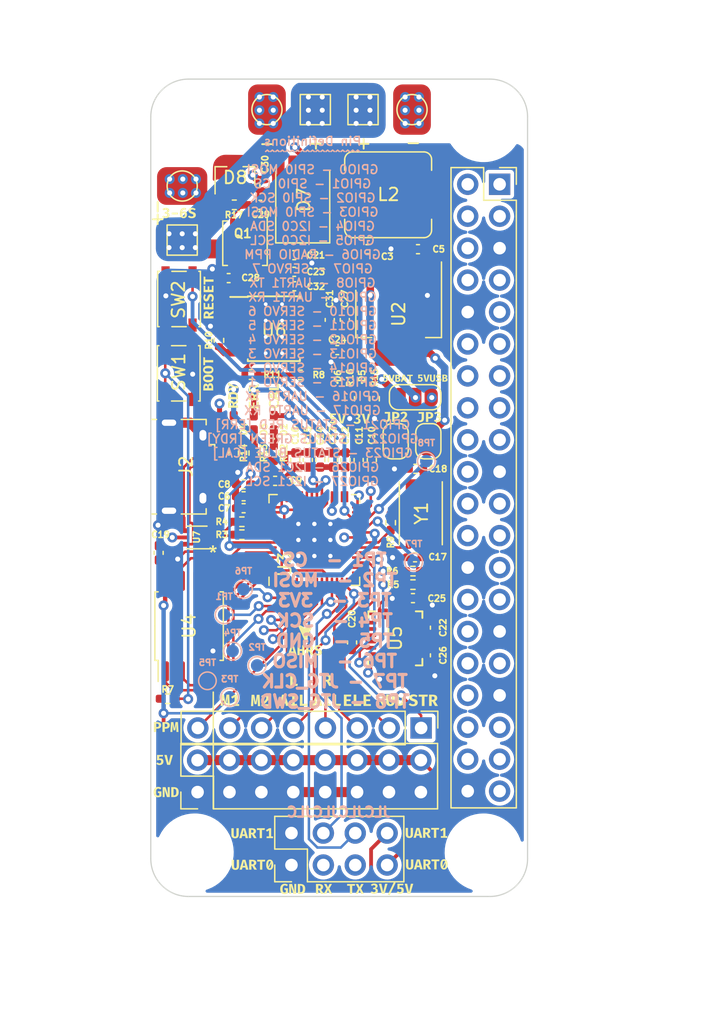
<source format=kicad_pcb>
(kicad_pcb (version 20211014) (generator pcbnew)
  (layers (0 "F.Cu" signal) (1 "In1.Cu" signal "GND") (2 "In2.Cu" signal) (31 "B.Cu" signal) (34 "B.Paste" user) (35 "F.Paste" user) (36 "B.SilkS" user "B.Silkscreen") (37 "F.SilkS" user "F.Silkscreen") (38 "B.Mask" user) (39 "F.Mask" user) (44 "Edge.Cuts" user))
  (net 0 "")
  (net 1 "GND")
  (net 2 "+1V1")
  (net 3 "FC_XIN")
  (net 4 "+3V3")
  (net 5 "VCC")
  (net 6 "+5V")
  (net 7 "FC_STATUS_BLUE")
  (net 8 "FC_STATUS_RED")
  (net 9 "Net-(D2-Pad1)")
  (net 10 "Net-(D3-Pad1)")
  (net 11 "FC_STATUS_GREEN")
  (net 12 "FC_BOOTSEL")
  (net 13 "FC_RUN")
  (net 14 "FC_USB_VBUS")
  (net 15 "FC_USB_D-")
  (net 16 "FC_USB_D+")
  (net 17 "FC_SERVO_1")
  (net 18 "FC_SERVO_2")
  (net 19 "FC_SERVO_3")
  (net 20 "FC_SERVO_4")
  (net 21 "FC_SERVO_5")
  (net 22 "FC_SERVO_6")
  (net 24 "FC_I2C0_SCL")
  (net 25 "FC_I2C0_SDA")
  (net 26 "FC_QSPI_SS")
  (net 27 "FC_XOUT")
  (net 28 "FC_I2C1_SCL")
  (net 29 "FC_I2C1_SDA")
  (net 30 "FC_SWCLK")
  (net 31 "FC_SWD")
  (net 32 "FC_GPIO18")
  (net 33 "FC_GPIO19")
  (net 34 "FC_GPIO20")
  (net 35 "FC_GPIO24")
  (net 36 "FC_GPIO25")
  (net 37 "FC_GPIO28_ADC2")
  (net 38 "FC_GPIO29_ADC3")
  (net 39 "FC_QSPI_SD3")
  (net 40 "FC_QSPI_SCLK")
  (net 41 "FC_QSPI_SD0")
  (net 42 "FC_QSPI_SD2")
  (net 43 "FC_QSPI_SD1")
  (net 44 "REG_5VIN")
  (net 45 "FC_SPI0_CS")
  (net 46 "FC_SPI0_MOSI")
  (net 47 "FC_SPI0_SCK")
  (net 48 "FC_SPI0_MISO")
  (net 50 "FC_RADIO_PPM")
  (net 51 "FC_UART1_TX")
  (net 52 "FC_UART1_RX")
  (net 53 "FC_SERVO_7")
  (net 54 "FC_UART0_TX")
  (net 55 "FC_UART0_RX")
  (net 56 "Net-(C18-Pad1)")
  (net 57 "Net-(C20-Pad1)")
  (net 58 "Net-(C22-Pad1)")
  (net 59 "Net-(D4-Pad1)")
  (net 70 "/FlightControlComputer/USB+")
  (net 71 "/FlightControlComputer/USB-")
  (net 72 "/FlightControlComputer/3V_MCU")
  (net 73 "3V3_IO")
  (net 74 "Net-(D5-Pad1)")
  (net 75 "Net-(D6-Pad1)")
  (net 100 "/+12v")
  (net 101 "Net-(C29-Pad2)")
  (net 102 "Net-(C31-Pad1)")
  (net 103 "Net-(C32-Pad1)")
  (net 104 "Net-(C32-Pad2)")
  (net 105 "FB")
  (net 106 "Net-(R10-Pad1)")
  (net 108 "/FCC Peripherals/d-")
  (net 109 "/FCC Peripherals/d+")
  (footprint "Capacitor_SMD:C_0402_1005Metric_Pad0.74x0.62mm_HandSolder" (layer "F.Cu") (at 246.8925 67.775 180)
    (fp_text reference "C6")
    (fp_text value "100n" hide)
  )
  (footprint "Capacitor_SMD:C_0402_1005Metric_Pad0.74x0.62mm_HandSolder" (layer "F.Cu") (at 246.8925 66.825 180)
    (fp_text reference "C8")
    (fp_text value "100n" hide)
  )
  (footprint "Capacitor_SMD:C_0402_1005Metric_Pad0.74x0.62mm_HandSolder" (layer "F.Cu") (at 256.05 64.8875 -90)
    (fp_text reference "C11")
    (fp_text value "100n" hide)
  )
  (footprint "Capacitor_SMD:C_0402_1005Metric_Pad0.74x0.62mm_HandSolder" (layer "F.Cu") (at 255 64.8875 -90)
    (fp_text reference "C12")
    (fp_text value "100n" hide)
  )
  (footprint "Capacitor_SMD:C_0402_1005Metric_Pad0.74x0.62mm_HandSolder" (layer "F.Cu") (at 254 64.8875 -90)
    (fp_text reference "C13")
    (fp_text value "100n" hide)
  )
  (footprint "Capacitor_SMD:C_0402_1005Metric_Pad0.74x0.62mm_HandSolder" (layer "F.Cu") (at 253 64.8875 -90)
    (fp_text reference "C14")
    (fp_text value "100n" hide)
  )
  (footprint "Capacitor_SMD:C_0402_1005Metric_Pad0.74x0.62mm_HandSolder" (layer "F.Cu") (at 252 64.8875 -90)
    (fp_text reference "C15")
    (fp_text value "100n" hide)
  )
  (footprint "Capacitor_SMD:C_0402_1005Metric_Pad0.74x0.62mm_HandSolder" (layer "F.Cu") (at 251 64.8875 -90)
    (fp_text reference "C16")
    (fp_text value "100n" hide)
  )
  (footprint "Capacitor_SMD:C_0402_1005Metric_Pad0.74x0.62mm_HandSolder" (layer "F.Cu") (at 260.54125 72.625 180)
    (fp_text reference "C17")
    (fp_text value "22pF" hide)
  )
  (footprint "Capacitor_SMD:C_0402_1005Metric_Pad0.74x0.62mm_HandSolder" (layer "F.Cu") (at 260.56625 65.5925 180)
    (fp_text reference "C18")
    (fp_text value "22pF" hide)
  )
  (footprint "Capacitor_SMD:C_0402_1005Metric_Pad0.74x0.62mm_HandSolder" (layer "F.Cu") (at 240.125 72.275 90)
    (fp_text reference "C19")
    (fp_text value "100n" hide)
  )
  (footprint "Capacitor_SMD:C_0402_1005Metric_Pad0.74x0.62mm_HandSolder" (layer "F.Cu") (at 255.525 79.4 90)
    (fp_text reference "C20")
    (fp_text value "2.2nF" hide)
  )
  (footprint "Capacitor_SMD:C_0402_1005Metric_Pad0.74x0.62mm_HandSolder" (layer "F.Cu") (at 262.125 78.225 90)
    (fp_text reference "C22")
    (fp_text value "0.1uF" hide)
  )
  (footprint "Capacitor_SMD:C_0402_1005Metric_Pad0.74x0.62mm_HandSolder" (layer "F.Cu") (at 260.375 75.875 180)
    (fp_text reference "C25")
    (fp_text value "10nF" hide)
  )
  (footprint "Capacitor_SMD:C_0402_1005Metric_Pad0.74x0.62mm_HandSolder" (layer "F.Cu") (at 262.125 80.425 -90)
    (fp_text reference "C26")
    (fp_text value "0.1uF" hide)
  )
  (footprint "LED_SMD:LED_0402_1005Metric_Pad0.77x0.64mm_HandSolder" (layer "F.Cu") (at 249.3 61.9375 90)
    (fp_text reference "D2")
    (fp_text value "LED_B" hide)
  )
  (footprint "LED_SMD:LED_0402_1005Metric_Pad0.77x0.64mm_HandSolder" (layer "F.Cu") (at 247.7 61.9375 90)
    (fp_text reference "D3")
    (fp_text value "LED_R" hide)
  )
  (footprint "LED_SMD:LED_0402_1005Metric_Pad0.77x0.64mm_HandSolder" (layer "F.Cu") (at 246.1 61.9375 90)
    (fp_text reference "D4")
    (fp_text value "LED_G" hide)
  )
  (footprint "TestPoint:TestPoint_Pad_D2.0mm" (layer "F.Cu") (at 242 43.1 90)
    (fp_text reference "P4" hide)
    (fp_text value "LIPO_GND" hide)
  )
  (footprint "TestPoint:TestPoint_Pad_2.0x2.0mm" (layer "F.Cu") (at 252.6 37.025)
    (fp_text reference "P1" hide)
    (fp_text value "ESC1_VCC" hide)
  )
  (footprint "TestPoint:TestPoint_Pad_D2.0mm" (layer "F.Cu") (at 248.75 37.025)
    (fp_text reference "P2" hide)
    (fp_text value "ESC1_GND" hide)
  )
  (footprint "Resistor_SMD:R_0402_1005Metric_Pad0.72x0.64mm_HandSolder" (layer "F.Cu") (at 260.375 74.8 180)
    (fp_text reference "R5")
    (fp_text value "4K7" hide)
  )
  (footprint "Resistor_SMD:R_0402_1005Metric_Pad0.72x0.64mm_HandSolder" (layer "F.Cu") (at 260.375 73.725 180)
    (fp_text reference "R6")
    (fp_text value "4K7" hide)
  )
  (footprint "Resistor_SMD:R_0402_1005Metric_Pad0.72x0.64mm_HandSolder" (layer "F.Cu") (at 240.85 83.875)
    (fp_text reference "R7")
    (fp_text value "1k" hide)
  )
  (footprint "Resistor_SMD:R_0402_1005Metric_Pad0.72x0.64mm_HandSolder" (layer "F.Cu") (at 247.7 64.3375 -90)
    (fp_text reference "R13")
    (fp_text value "33R" hide)
  )
  (footprint "Resistor_SMD:R_0402_1005Metric_Pad0.72x0.64mm_HandSolder" (layer "F.Cu") (at 246.1 64.3375 -90)
    (fp_text reference "R14")
    (fp_text value "47R" hide)
  )
  (footprint "RP2040_minimal:RP2040-QFN-56" (layer "F.Cu") (at 252.525 71.25 90)
    (fp_text reference "U3")
    (fp_text value "RP2040" hide)
  )
  (footprint "Package_SO:SOIC-8_5.23x5.23mm_P1.27mm" (layer "F.Cu") (at 242.55 78.1 90)
    (fp_text reference "U4")
    (fp_text value "W25Q128JVS" hide)
  )
  (footprint "Sensor_Motion:InvenSense_QFN-24_4x4mm_P0.5mm" (layer "F.Cu") (at 258.975 79.075 90)
    (fp_text reference "U5")
    (fp_text value "MPU-6050" hide)
  )
  (footprint "Crystal:Crystal_SMD_TXC_7A-2Pin_5x3.2mm" (layer "F.Cu") (at 261 69.125 90)
    (fp_text reference "Y1")
    (fp_text value "12MHz ±30ppm 16pF 50Ω SMD-5032_2P SMD" hide)
  )
  (footprint "TestPoint:TestPoint_Pad_2.0x2.0mm" (layer "F.Cu") (at 242 47.4 -90)
    (fp_text reference "P3" hide)
    (fp_text value "LIPO_VCC" hide)
  )
  (footprint "TestPoint:TestPoint_Pad_D2.0mm" (layer "F.Cu") (at 260.3 37.025)
    (fp_text reference "P6" hide)
    (fp_text value "ESC2_GND" hide)
  )
  (footprint "TestPoint:TestPoint_Pad_2.0x2.0mm" (layer "F.Cu") (at 256.4 37.025)
    (fp_text reference "P5" hide)
    (fp_text value "ESC2_VCC" hide)
  )
  (footprint "Capacitor_SMD:C_0402_1005Metric_Pad0.74x0.62mm_HandSolder" (layer "F.Cu") (at 249.4 66.55)
    (fp_text reference "C9")
    (fp_text value "1u" hide)
  )
  (footprint "Resistor_SMD:R_0402_1005Metric_Pad0.72x0.64mm_HandSolder" (layer "F.Cu") (at 246.7525 70.83)
    (fp_text reference "R3")
    (fp_text value "27" hide)
  )
  (footprint "Button_Switch_SMD:SW_SPST_PTS810" (layer "F.Cu") (at 241.725 58 90)
    (fp_text reference "SW1")
    (fp_text value "BOOT_SEL" hide)
  )
  (footprint "Connector_USB:USB_Micro-B_Amphenol_10118194_Horizontal" (layer "F.Cu") (at 242.25 65.425 -90)
    (fp_text reference "J2")
    (fp_text value "Connector_USB_B_Micro" hide)
  )
  (footprint "Resistor_SMD:R_0402_1005Metric_Pad0.72x0.64mm_HandSolder" (layer "F.Cu") (at 258.6 69.875 90)
    (fp_text reference "R9")
    (fp_text value "604R" hide)
  )
  (footprint "Capacitor_SMD:C_0402_1005Metric_Pad0.74x0.62mm_HandSolder" (layer "F.Cu") (at 257.1 64.8875 -90)
    (fp_text reference "C10")
    (fp_text value "100n" hide)
  )
  (footprint "Jumper:SolderJumper-2_P1.3mm_Open_RoundedPad1.0x1.5mm" (layer "F.Cu") (at 261.6 63.4 -90)
    (fp_text reference "JP3" hide)
    (fp_text value "IO_EN" hide)
  )
  (footprint "Jumper:SolderJumper-2_P1.3mm_Open_RoundedPad1.0x1.5mm" (layer "F.Cu") (at 259 63.4 -90)
    (fp_text reference "JP2" hide)
    (fp_text value "MCU_EN" hide)
  )
  (footprint "Button_Switch_SMD:SW_SPST_PTS810" (layer "F.Cu") (at 241.75 52.0875 -90)
    (fp_text reference "SW2")
    (fp_text value "RESET" hide)
  )
  (footprint "Capacitor_SMD:C_0402_1005Metric_Pad0.74x0.62mm_HandSolder" (layer "F.Cu") (at 246.8925 68.725 180)
    (fp_text reference "C7")
    (fp_text value "1u" hide)
  )
  (footprint "Resistor_SMD:R_0402_1005Metric_Pad0.72x0.64mm_HandSolder" (layer "F.Cu") (at 249.3 64.3375 -90)
    (fp_text reference "R12")
    (fp_text value "27R" hide)
  )
  (footprint "Resistor_SMD:R_0402_1005Metric_Pad0.72x0.64mm_HandSolder" (layer "F.Cu") (at 257.315 60.0175 -90)
    (fp_text reference "R15")
    (fp_text value "33R" hide)
  )
  (footprint "Resistor_SMD:R_0402_1005Metric_Pad0.72x0.64mm_HandSolder" (layer "F.Cu") (at 255.34 60.0175 -90)
    (fp_text reference "R16")
    (fp_text value "33R" hide)
  )
  (footprint "LED_SMD:LED_0402_1005Metric_Pad0.77x0.64mm_HandSolder" (layer "F.Cu") (at 256.315 60.0175 -90)
    (fp_text reference "D5")
    (fp_text value "LED_R" hide)
  )
  (footprint "LED_SMD:LED_0402_1005Metric_Pad0.77x0.64mm_HandSolder" (layer "F.Cu") (at 254.365 60.0175 -90)
    (fp_text reference "D6")
    (fp_text value "LED_R" hide)
  )
  (footprint "Resistor_SMD:R_0402_1005Metric_Pad0.72x0.64mm_HandSolder" (layer "F.Cu") (at 246.7525 69.8)
    (fp_text reference "R4")
    (fp_text value "27" hide)
  )
  (footprint "Package_TO_SOT_SMD:SOT-666" (layer "F.Cu") (at 243.175 71.05 180)
    (fp_text reference "U7")
    (fp_text value "USBLC6-2P6" hide)
  )
  (footprint "kibuzzard-62ADCC37" (layer "F.Cu") (at 253.3 99)
    (fp_text reference "kibuzzard-62ADCC37" hide)
    (fp_text value "G***" hide)
  )
  (footprint "kibuzzard-62AF803C" (layer "F.Cu") (at 250.825 83.2)
    (fp_text reference "kibuzzard-62AF803C" hide)
    (fp_text value "G***" hide)
  )
  (footprint "kibuzzard-62ADCCBA" (layer "F.Cu") (at 261.45 94.55)
    (fp_text reference "kibuzzard-62ADCCBA" hide)
    (fp_text value "G***" hide)
  )
  (footprint "Jumper:SolderJumper-3_P1.3mm_Open_RoundedPad1.0x1.5mm_NumberLabels" (layer "F.Cu") (at 260.55 59.9 180)
    (fp_text reference "JP1" hide)
    (fp_text value "SolderJumper_3_Open" hide)
  )
  (footprint "kibuzzard-62AD2A8F" (layer "F.Cu") (at 244.45 71.975)
    (fp_text reference "kibuzzard-62AD2A8F" hide)
    (fp_text value "G***" hide)
  )
  (footprint "kibuzzard-62ADCDEA" (layer "F.Cu") (at 256.305 61.6075)
    (fp_text reference "kibuzzard-62ADCDEA" hide)
    (fp_text value "G***" hide)
  )
  (footprint "Capacitor_SMD:C_0402_1005Metric" (layer "F.Cu") (at 254.35 56.15)
    (fp_text reference "C24")
    (fp_text value "47uF" hide)
  )
  (footprint "kibuzzard-62ADC3FE" (layer "F.Cu") (at 240.725 91.3)
    (fp_text reference "kibuzzard-62ADC3FE" hide)
    (fp_text value "G***" hide)
  )
  (footprint "Inductor_SMD:L_Bourns_SRP7028A_7.3x6.6mm" (layer "F.Cu") (at 258.4 43.8)
    (fp_text reference "L2")
    (fp_text value "8.2uH" hide)
  )
  (footprint "kibuzzard-62ADCCCD" (layer "F.Cu") (at 261.475001 97.05)
    (fp_text reference "kibuzzard-62ADCCCD" hide)
    (fp_text value "G***" hide)
  )
  (footprint "kibuzzard-62ADC3D6" (layer "F.Cu") (at 240.725 86.125)
    (fp_text reference "kibuzzard-62ADC3D6" hide)
    (fp_text value "G***" hide)
  )
  (footprint "kibuzzard-62ADD081" (layer "F.Cu") (at 258.97 61.46)
    (fp_text reference "kibuzzard-62ADD081" hide)
    (fp_text value "G***" hide)
  )
  (footprint "Capacitor_SMD:C_0402_1005Metric_Pad0.74x0.62mm_HandSolder" (layer "F.Cu") (at 256.75 48.125)
    (fp_text reference "C3")
    (fp_text value "10uF" hide)
  )
  (footprint "Capacitor_SMD:C_0402_1005Metric_Pad0.74x0.62mm_HandSolder" (layer "F.Cu") (at 260.775 48.125)
    (fp_text reference "C5")
    (fp_text value "10uF" hide)
  )
  (footprint "kibuzzard-62ADCC2A" (layer "F.Cu") (at 255.8 99)
    (fp_text reference "kibuzzard-62ADCC2A" hide)
    (fp_text value "G***" hide)
  )
  (footprint "Capacitor_SMD:C_0402_1005Metric" (layer "F.Cu") (at 253.75 53.75 90)
    (fp_text reference "C31")
    (fp_text value "C_SS" hide)
  )
  (footprint "Resistor_SMD:R_0402_1005Metric" (layer "F.Cu") (at 251.4 58.125 180)
    (fp_text reference "R8")
    (fp_text value "100K" hide)
  )
  (footprint "kibuzzard-62ADCCCD" (layer "F.Cu") (at 247.6 97.075)
    (fp_text reference "kibuzzard-62ADCCCD" hide)
    (fp_text value "G***" hide)
  )
  (footprint "Package_SO:Texas_HSOP-8-1EP_3.9x4.9mm_P1.27mm_ThermalVias" (layer "F.Cu") (at 249.3 54.45)
    (fp_text reference "U6")
    (fp_text value "LMR16030SDDAR" hide)
  )
  (footprint "RPi_Hat:RPi_Hat_Mounting_Hole" (layer "F.Cu") (at 243 38.1 -90)
    (fp_text reference "" hide)
    (fp_text value "" hide)
  )
  (footprint "Resistor_SMD:R_0402_1005Metric" (layer "F.Cu") (at 244.925 55.375 90)
    (fp_text reference "R10")
    (fp_text value "49.9K" hide)
  )
  (footprint "Connector_PinHeader_2.54mm:PinHeader_2x04_P2.54mm_Vertical" (layer "F.Cu") (at 250.7 97.1 90)
    (fp_text reference "J3" hide)
    (fp_text value "Conn_02x04_Odd_Even" hide)
  )
  (footprint "kibuzzard-62AF8084" (layer "F.Cu") (at 258.6 84)
    (fp_text reference "kibuzzard-62AF8084" hide)
    (fp_text value "G***" hide)
  )
  (footprint "Capacitor_SMD:C_0402_1005Metric" (layer "F.Cu") (at 254.95 53.75 -90)
    (fp_text reference "C27")
    (fp_text value "47uF" hide)
  )
  (footprint "kibuzzard-62ADD099" (layer "F.Cu") (at 261.66 61.47)
    (fp_text reference "kibuzzard-62ADD099" hide)
    (fp_text value "G***" hide)
  )
  (footprint "Connector_PinSocket_2.54mm:PinSocket_2x20_P2.54mm_Vertical" (layer "F.Cu") (at 267.275 42.965)
    (fp_text reference "J1" hide)
    (fp_text value "Conn_02x20_Odd_Even" hide)
  )
  (footprint "RPi_Hat:RPi_Hat_Mounting_Hole" (layer "F.Cu") (at 266 38.1 -90)
    (fp_text reference "" hide)
    (fp_text value "" hide)
  )
  (footprint "kibuzzard-62ADCC83" (layer "F.Cu") (at 258.7 98.975)
    (fp_text reference "kibuzzard-62ADCC83" hide)
    (fp_text value "G***" hide)
  )
  (footprint "kibuzzard-62AF80C4" (layer "F.Cu") (at 248.2 84)
    (fp_text reference "kibuzzard-62AF80C4" hide)
    (fp_text value "G***" hide)
  )
  (footprint "kibuzzard-62ADCDD5" (layer "F.Cu") (at 254.385 61.5975)
    (fp_text reference "kibuzzard-62ADCDD5" hide)
    (fp_text value "G***" hide)
  )
  (footprint "kibuzzard-62ADCE79" (layer "F.Cu") (at 244.1 51.9675 90)
    (fp_text reference "kibuzzard-62ADCE79" hide)
    (fp_text value "G***" hide)
  )
  (footprint "Capacitor_SMD:C_0402_1005Metric" (layer "F.Cu") (at 245.7 50.425 180)
    (fp_text reference "C28")
    (fp_text value "100nF" hide)
  )
  (footprint "kibuzzard-62ADC3E7" (layer "F.Cu") (at 240.6 88.75)
    (fp_text reference "kibuzzard-62ADC3E7" hide)
    (fp_text value "G***" hide)
  )
  (footprint "Capacitor_SMD:C_0402_1005Metric" (layer "F.Cu") (at 248.55 43.075 90)
    (fp_text reference "C30")
    (fp_text value "10uF" hide)
  )
  (footprint "kibuzzard-62AF8074" (layer "F.Cu") (at 255.95 84)
    (fp_text reference "kibuzzard-62AF8074" hide)
    (fp_text value "G***" hide)
  )
  (footprint "kibuzzard-62ADD0E6" (layer "F.Cu") (at 261.94 58.38)
    (fp_text reference "kibuzzard-62ADD0E6" hide)
    (fp_text value "G***" hide)
  )
  (footprint "kibuzzard-62ADCE61" (layer "F.Cu") (at 244.075 58.0375 90)
    (fp_text reference "kibuzzard-62ADCE61" hide)
    (fp_text value "G***" hide)
  )
  (footprint "kibuzzard-62ADCE31" (layer "F.Cu") (at 247.7 59.8025 90)
    (fp_text reference "kibuzzard-62ADCE31" hide)
    (fp_text value "G***" hide)
  )
  (footprint "Capacitor_SMD:C_0402_1005Metric" (layer "F.Cu") (at 250.925 51.075)
    (fp_text reference "C32")
    (fp_text value "100nF" hide)
  )
  (footprint "RPi_Hat:RPi_Hat_Mounting_Hole" (layer "F.Cu") (at 243 96.1 -90)
    (fp_text reference "" hide)
    (fp_text value "" hide)
  )
  (footprint "Capacitor_SMD:C_0402_1005Metric" (layer "F.Cu") (at 248.225 44.6 180)
    (fp_text reference "C29")
    (fp_text value "100nF" hide)
  )
  (footprint "Resistor_SMD:R_0402_1005Metric" (layer "F.Cu") (at 246.15 44.6 180)
    (fp_text reference "R17")
    (fp_text value "12K" hide)
  )
  (footprint "kibuzzard-62ADC89D" (layer "F.Cu") (at 251.775 80.02)
    (fp_text reference "kibuzzard-62ADC89D" hide)
    (fp_text value "G***" hide)
  )
  (footprint "kibuzzard-62AF8092" (layer "F.Cu") (at 261.2 84)
    (fp_text reference "kibuzzard-62AF8092" hide)
    (fp_text value "G***" hide)
  )
  (footprint "kibuzzard-62ADCE22" (layer "F.Cu") (at 246.05 59.7425 90)
    (fp_text reference "kibuzzard-62ADCE22" hide)
    (fp_text value "G***" hide)
  )
  (footprint "kibuzzard-62AF804C" (layer "F.Cu") (at 253.5 83.2)
    (fp_text reference "kibuzzard-62AF804C" hide)
    (fp_text value "G***" hide)
  )
  (footprint "Package_SON:Diodes_PowerDI3333-8" (layer "F.Cu") (at 247 47.65 -90)
    (fp_text reference "Q1")
    (fp_text value "DMP3013SFV" hide)
  )
  (footprint "kibuzzard-62ADCCBA" (layer "F.Cu") (at 247.574999 94.575)
    (fp_text reference "kibuzzard-62ADCCBA" hide)
    (fp_text value "G***" hide)
  )
  (footprint "kibuzzard-62ADCC62" (layer "F.Cu") (at 250.8 99)
    (fp_text reference "kibuzzard-62ADCC62" hide)
    (fp_text value "G***" hide)
  )
  (footprint "Connector_PinHeader_2.54mm:PinHeader_1x08_P2.54mm_Vertical" (layer "F.Cu") (at 261.025 86.2 -90)
    (fp_text reference "J8" hide)
    (fp_text value "Conn_01x08" hide)
  )
  (footprint "RPi_Hat:RPi_Hat_Mounting_Hole" (layer "F.Cu") (at 266 96.1 -90)
    (fp_text reference "" hide)
    (fp_text value "" hide)
  )
  (footprint "Connector_PinHeader_2.54mm:PinHeader_2x08_P2.54mm_Vertical" (layer "F.Cu") (at 243.225 91.3 90)
    (fp_text reference "J9" hide)
    (fp_text value "Conn_02x08_Odd_Even" hide)
  )
  (footprint "Capacitor_SMD:C_0402_1005Metric" (layer "F.Cu") (at 250.92 49.925)
    (fp_text reference "C23")
    (fp_text value "2.2uF" hide)
  )
  (footprint "Diode_SMD:D_SOT-23_ANK" (layer "F.Cu") (at 246.2 42.325 90)
    (fp_text reference "D8")
    (fp_text value "MMBZ5242B" hide)
  )
  (footprint "Capacitor_SMD:C_0402_1005Metric" (layer "F.Cu") (at 250.92 48.6)
    (fp_text reference "C21")
    (fp_text value "2.2uF" hide)
  )
  (footprint "kibuzzard-62ADD0C2" (layer "F.Cu") (at 259.17 58.4)
    (fp_text reference "kibuzzard-62ADD0C2" hide)
    (fp_text value "G***" hide)
  )
  (footprint "kibuzzard-62ADCE43" (layer "F.Cu") (at 249.31 59.7925 90)
    (fp_text reference "kibuzzard-62ADCE43" hide)
    (fp_text value "G***" hide)
  )
  (footprint "kibuzzard-62ADCEA8" (layer "F.Cu") (at 241.75 45.25)
    (fp_text reference "kibuzzard-62ADCEA8" hide)
    (fp_text value "G***" hide)
  )
  (footprint "kibuzzard-62AF80AA" (layer "F.Cu") (at 245.8 84)
    (fp_text reference "kibuzzard-62AF80AA" hide)
    (fp_text value "G***" hide)
  )
  (footprint "Package_TO_SOT_SMD:SOT-223-3_TabPin2" (layer "F.Cu") (at 259.235 53.245 -90)
    (fp_text reference "U2")
    (fp_text value "LD1117S33TR_SOT223" hide)
  )
  (footprint "Diode_SMD:D_SMB" (layer "F.Cu") (at 251.6 44.075 90)
    (fp_text reference "D7")
    (fp_text value "B340AG" hide)
  )
  (footprint "Resistor_SMD:R_0402_1005Metric" (layer "F.Cu") (at 247.5 58.1 180)
    (fp_text reference "R11")
    (fp_text value "17.8K" hide)
  )
  (footprint "TestPoint:TestPoint_Pad_D1.0mm" (layer "B.Cu") (at 261.44 64.98 180)
    (fp_text reference "TP8")
    (fp_text value "TestPoint_Small" hide)
  )
  (footprint "TestPoint:TestPoint_Pad_D1.0mm" (layer "B.Cu") (at 244.01 82.45 180)
    (fp_text reference "TP5")
    (fp_text value "SPI_GND" hide)
  )
  (footprint "TestPoint:TestPoint_Pad_D1.0mm" (layer "B.Cu") (at 246.88 75.17 180)
    (fp_text reference "TP6")
    (fp_text value "SPI_MISO" hide)
  )
  (footprint "TestPoint:TestPoint_Pad_D1.0mm" (layer "B.Cu") (at 245.34 77.2 180)
    (fp_text reference "TP1")
    (fp_text value "SPI_CS" hide)
  )
  (footprint "TestPoint:TestPoint_Pad_D1.0mm" (layer "B.Cu") (at 260.43 73.01 180)
    (fp_text reference "TP7")
    (fp_text value "TestPoint_Small" hide)
  )
  (footprint "TestPoint:TestPoint_Pad_D1.0mm" (layer "B.Cu") (at 245.78 83.76 180)
    (fp_text reference "TP3")
    (fp_text value "SPI_3V3" hide)
  )
  (footprint "TestPoint:TestPoint_Pad_D1.0mm" (layer "B.Cu") (at 247.97 81.23 180)
    (fp_text reference "TP2")
    (fp_text value "SPI_MOSI" hide)
  )
  (footprint "TestPoint:TestPoint_Pad_D1.0mm" (layer "B.Cu") (at 246.01 80.08 180)
    (fp_text reference "TP4")
    (fp_text value "SPI_SCK" hide)
  )
  (gr_line (start 244.475 83.35) (end 244.475 92.625) (layer "F.SilkS") (width 0.12))
  (gr_poly (pts (xy 251.25 78.004658) (xy 251.8 78.304658) (xy 252.35 78.004658) (xy 251.8 79.254658)) (layer "F.SilkS") (width 0.1) (fill solid))
  (gr_line (start 239.5 37.6) (end 239.5 96.6) (layer "Edge.Cuts") (width 0.1))
  (gr_arc (start 266.5 34.6) (mid 268.62132 35.47868) (end 269.5 37.6) (layer "Edge.Cuts") (width 0.1))
  (gr_arc (start 242.5 99.6) (mid 240.37868 98.72132) (end 239.5 96.6) (layer "Edge.Cuts") (width 0.1))
  (gr_arc (start 269.5 96.6) (mid 268.62132 98.72132) (end 266.5 99.6) (layer "Edge.Cuts") (width 0.1))
  (gr_line (start 269.5 96.6) (end 269.5 37.6) (layer "Edge.Cuts") (width 0.1))
  (gr_line (start 266.5 34.6) (end 242.5 34.6) (layer "Edge.Cuts") (width 0.1))
  (gr_line (start 242.5 99.6) (end 266.5 99.6) (layer "Edge.Cuts") (width 0.1))
  (gr_arc (start 239.5 37.6) (mid 240.37868 35.47868) (end 242.5 34.6) (layer "Edge.Cuts") (width 0.1))
  (gr_text "Pin Definitions\n^^^^^^^^^^^^^^^^^^^\nGPIO0 - SPI0 MOSI\nGPIO1 - SPI0 CS\nGPIO2 - SPI0 SCK\nGPIO3 - SPI0 MOSI\nGPIO4 - I2C0 SDA\nGPIO5 - I2C0 SCL\nGPIO6 - RADIO PPM\nGPIO7 - SERVO 7\nGPIO8 - UART1 TX\nGPIO9 - UART1 RX\nGPIO10 - SERVO 6\nGPIO11 - SERVO 5\nGPIO12 - SERVO 4\nGPIO13 - SERVO 3\nGPIO14 - SERVO 2\nGPIO15 - SERVO 1\nGPIO16 - UART0 TX\nGPIO17 - UART0 RX\nGPIO21 - STATUS RED [ERR]\nGPIO22 - STATUS GREEN [RDY]\nGPIO23 - STATUS BLUE [CAL]\nGPIO26 - I2C1 SDA\nGPIO27 - I2C1 SCL\n\n\n\n\n" (at 252.38 55.32) (layer "B.SilkS") (effects (font (size 0.7 0.7) (thickness 0.125)) (justify mirror)))
  (gr_text "TP1 -  CS\nTP2 -  MOSI\nTP3 -  3V3\nTP4 -  SCK\nTP5 -  GND\nTP6 -  MISO\nTP7 - JTG_CLK\nTP8 - JTG_SWD\n" (at 254.14 78.47) (layer "B.SilkS") (effects (font (size 1 1) (thickness 0.25)) (justify mirror)))
  (gr_text "JLCJLCJLCJLC" (at 254.46 92.89) (layer "B.SilkS") (effects (font (size 0.8 0.8) (thickness 0.2)) (justify mirror)))
  (gr_text "-" (at 239.975 44.75 90) (layer "F.SilkS") (effects (font (size 1 1))))
  (gr_text "-" (at 248.75 39.7) (layer "F.SilkS") (effects (font (size 1 1))))
  (gr_text "+" (at 252.65 39.675) (layer "F.SilkS") (effects (font (size 1 1))))
  (gr_text "+" (at 256.45 39.675) (layer "F.SilkS") (effects (font (size 1 1))))
  (gr_text "-" (at 260.4 39.625) (layer "F.SilkS") (effects (font (size 1 1))))
  (gr_text "+" (at 239.975 45.75 90) (layer "F.SilkS") (effects (font (size 1 1))))
  (segment (start 246.325 66.825) (end 246.325 65.975) (width 0.4) (layer "F.Cu") (net 1))
  (segment (start 256.30048 77.934514) (end 256.30048 77.594869) (width 0.2) (layer "F.Cu") (net 1))
  (segment (start 258.18 75.9) (end 258.725 75.9) (width 0.2) (layer "F.Cu") (net 1))
  (segment (start 247.7 64.935) (end 246.1 64.935) (width 0.6) (layer "F.Cu") (net 1))
  (segment (start 262.125 80.9925) (end 262.125 82.04) (width 0.3) (layer "F.Cu") (net 1))
  (segment (start 260.9425 75.875) (end 261.365 75.875) (width 0.3) (layer "F.Cu") (net 1))
  (segment (start 262.125 76.635) (end 261.915 76.425) (width 0.3) (layer "F.Cu") (net 1))
  (segment (start 240.075 70.075) (end 240.075 69.8) (width 0.35) (layer "F.Cu") (net 1))
  (segment (start 246.325 65.975) (end 246.425 65.875) (width 0.4) (layer "F.Cu") (net 1))
  (segment (start 261.535 48.3175) (end 261.3425 48.125) (width 0.6) (layer "F.Cu") (net 1))
  (segment (start 243.525978 71.05) (end 243.475 71.100978) (width 0.2) (layer "F.Cu") (net 1))
  (segment (start 244.925 54.865) (end 244.865 54.865) (width 0.6) (layer "F.Cu") (net 1))
  (segment (start 250.845 91.3) (end 248.305 91.3) (width 0.8) (layer "F.Cu") (net 1))
  (segment (start 242.8 60.075) (end 242.8 58.1) (width 0.2) (layer "F.Cu") (net 1))
  (segment (start 253.75 53.27) (end 253.675489 53.344511) (width 0.6) (layer "F.Cu") (net 1))
  (segment (start 240.075 69.8) (end 240.95 68.925) (width 0.35) (layer "F.Cu") (net 1))
  (segment (start 245.22 50.425) (end 245.125 50.425) (width 0.6) (layer "F.Cu") (net 1))
  (segment (start 257.3175 48.125) (end 258.6 48.125) (width 0.6) (layer "F.Cu") (net 1))
  (segment (start 251 65.5175) (end 249.9675 66.55) (width 0.45) (layer "F.Cu") (net 1))
  (segment (start 255.925 91.3) (end 253.385 91.3) (width 0.8) (layer "F.Cu") (net 1))
  (segment (start 258.9075 65.5925) (end 258.9 65.6) (width 0.45) (layer "F.Cu") (net 1))
  (segment (start 240.125 71.7075) (end 240.125 70.125) (width 0.35) (layer "F.Cu") (net 1))
  (segment (start 253.87 56.15) (end 253.87 57.08) (width 0.6) (layer "F.Cu") (net 1))
  (segment (start 243.5 44.6) (end 242 43.1) (width 0.6) (layer "F.Cu") (net 1))
  (segment (start 242.8 58.03) (end 242.835 58.065) (width 0.2) (layer "F.Cu") (net 1))
  (segment (start 244.1 71.05) (end 243.525978 71.05) (width 0.2) (layer "F.Cu") (net 1))
  (segment (start 261.535 50.095) (end 261.535 48.3175) (width 0.6) (layer "F.Cu") (net 1))
  (segment (start 256.770349 77.125) (end 257.725 77.125) (width 0.2) (layer "F.Cu") (net 1))
  (segment (start 242.8 55.925) (end 242.8 58.03) (width 0.2) (layer "F.Cu") (net 1))
  (segment (start 254.075 72.25) (end 255.9625 72.25) (width 0.2) (layer "F.Cu") (net 1))
  (segment (start 250.7 94.56) (end 250.7 97.1) (width 0.6) (layer "F.Cu") (net 1))
  (segment (start 249.3 55.425) (end 249.3 54.45) (width 0.4) (layer "F.Cu") (net 1))
  (segment (start 254.95 53.27) (end 253.75 53.27) (width 0.6) (layer "F.Cu") (net 1))
  (segment (start 257.315 60.615) (end 257.315 61.5925) (width 0.6) (layer "F.Cu") (net 1))
  (segment (start 240.675 54.1625) (end 240.675 51.8625) (width 0.2) (layer "F.Cu") (net 1))
  (segment (start 261.0325 75.775) (end 261.265 75.775) (width 0.3) (layer "F.Cu") (net 1))
  (segment (start 255 65.455) (end 254 65.455) (width 0.45) (layer "F.Cu") (net 1))
  (segment (start 253.8 72.525) (end 254.075 72.25) (width 0.2) (layer "F.Cu") (net 1))
  (segment (start 258.465 91.3) (end 255.925 91.3) (width 0.8) (layer "F.Cu") (net 1))
  (segment (start 258.775 72.625) (end 258.75 72.65) (width 0.45) (layer "F.Cu") (net 1))
  (segment (start 242.235756 72.175) (end 241.642878 72.767878) (width 0.2) (layer "F.Cu") (net 1))
  (segment (start 253.75 53.27) (end 253.75 52.675) (width 0.6) (layer "F.Cu") (net 1))
  (segment (start 240.95 64.425) (end 240.95 62.525) (width 0.8) (layer "F.Cu") (net 1))
  (segment (start 261.365 75.875) (end 261.915 76.425) (width 0.3) (layer "F.Cu") (net 1))
  (segment (start 243.65 66.725) (end 243.65 67.925) (width 0.3) (layer "F.Cu") (net 1))
  (segment (start 257.725 76.355) (end 258.18 75.9) (width 0.2) (layer "F.Cu") (net 1))
  (segment (start 251 65.455) (end 251 65.5175) (width 0.45) (layer "F.Cu") (net 1))
  (segment (start 258.6 48.125) (end 258.625 48.1) (width 0.6) (layer "F.Cu") (net 1))
  (segment (start 248.305 91.3) (end 245.765 91.3) (width 0.8) (layer "F.Cu") (net 1))
  (segment (start 242.65 61.925) (end 243.65 62.925) (width 0.8) (layer "F.Cu") (net 1))
  (segment (start 245.125 50.425) (end 244.4 49.7) (width 0.6) (layer "F.Cu") (net 1))
  (segment (start 261.535 50.095) (end 261.535 51.79) (width 0.6) (layer "F.Cu") (net 1))
  (segment (start 261.4575 78.325) (end 262.125 77.6575) (width 0.3) (layer "F.Cu") (net 1))
  (segment (start 247.995 42.595) (end 247.625 42.225) (width 0.6) (layer "F.Cu") (net 1))
  (segment (start 257.1 65.455) (end 258.755 65.455) (width 0.45) (layer "F.Cu") (net 1))
  (segment (start 240.125 70.125) (end 240.075 70.075) (width 0.35) (layer "F.Cu") (net 1))
  (segment (start 246.325 67.775) (end 246.325 66.825) (width 0.4) (layer "F.Cu") (net 1))
  (segment (start 254 65.455) (end 253 65.455) (width 0.45) (layer "F.Cu") (net 1))
  (segment (start 246.99 57.735) (end 249.3 55.425) (width 0.4) (layer "F.Cu") (net 1))
  (segment (start 244.865 54.865) (end 244.25 54.25) (width 0.6) (layer "F.Cu") (net 1))
  (segment (start 251.4 49.925) (end 251.625 49.925) (width 0.3) (layer "F.Cu") (net 1))
  (segment (start 243.475 71.100978) (end 243.475 72.175) (width 0.2) (layer "F.Cu") (net 1))
  (segment (start 255.525 78.709994) (end 256.30048 77.934514) (width 0.2) (layer "F.Cu") (net 1))
  (segment (start 245.765 91.3) (end 243.225 91.3) (width 0.8) (layer "F.Cu") (net 1))
  (segment (start 262.125 77.6575) (end 262.125 76.635) (width 0.3) (layer "F.Cu") (net 1))
  (segment (start 260.925 78.325) (end 261.4575 78.325) (width 0.3) (layer "F.Cu") (net 1))
  (segment (start 251.7 48.6) (end 252.325 49.225) (width 0.3) (layer "F.Cu") (net 1))
  (segment (start 259.97375 72.625) (end 258.775 72.625) (width 0.45) (layer "F.Cu") (net 1))
  (segment (start 256.05 65.455) (end 255 65.455) (width 0.45) (layer "F.Cu") (net 1))
  (segment (start 244.455 81.7) (end 244.455 80.08) (width 0.6) (layer "F.Cu") (net 1))
  (segment (start 246.325 68.725) (end 246.325 67.775) (width 0.4) (layer "F.Cu") (net 1))
  (segment (start 240.675 51.8625) (end 240.7 51.8375) (width 0.2) (layer "F.Cu") (net 1))
  (segment (start 242.8 58.1) (end 242.835 58.065) (width 0.2) (layer "F.Cu") (net 1))
  (segment (start 257.725 77.125) (end 257.725 76.355) (width 0.2) (layer "F.Cu") (net 1))
  (segment (start 253.675489 53.344511) (end 252.470489 53.344511) (width 0.6) (layer "F.Cu") (net 1))
  (segment (start 248.55 42.595) (end 247.995 42.595) (width 0.6) (layer "F.Cu") (net 1))
  (segment (start 251.6 40.65) (end 250.975 40.025) (width 0.6) (layer "F.Cu") (net 1))
  (segment (start 251.625 49.925) (end 252.325 49.225) (width 0.3) (layer "F.Cu") (net 1))
  (segment (start 253.87 57.08) (end 253.85 57.1) (width 0.6) (layer "F.Cu") (net 1))
  (segment (start 255.525 78.8325) (end 255.525 78.709994) (width 0.2) (layer "F.Cu") (net 1))
  (segment (start 246.1 64.935) (end 246.1 65.55) (width 0.4) (layer "F.Cu") (net 1))
  (segment (start 259.99875 65.5925) (end 258.9075 65.5925) (width 0.45) (layer "F.Cu") (net 1))
  (segment (start 257.725 82.315) (end 257.715 82.325) (width 0.3) (layer "F.Cu") (net 1))
  (segment (start 257.1 65.455) (end 256.05 65.455) (width 0.45) (layer "F.Cu") (net 1))
  (segment (start 240.95 68.925) (end 240.95 66.425) (width 0.8) (layer "F.Cu") (net 1))
  (segment (start 253.385 91.3) (end 250.845 91.3) (width 0.8) (layer "F.Cu") (net 1))
  (segment (start 240.675 51.8125) (end 240.7 51.8375) (width 0.2) (layer "F.Cu") (net 1))
  (segment (start 252 53.815) (end 249.935 53.815) (width 0.6) (layer "F.Cu") (net 1))
  (segment (start 251.4 48.6) (end 251.7 48.6) (width 0.3) (layer "F.Cu") (net 1))
  (segment (start 249.935 53.815) (end 249.3 54.45) (width 0.6) (layer "F.Cu") (net 1))
  (segment (start 256.30048 77.594869) (end 256.770349 77.125) (width 0.2) (layer "F.Cu") (net 1))
  (segment (start 252 65.455) (end 251 65.455) (width 0.45) (layer "F.Cu") (net 1))
  (segment (start 249.3 64.935) (end 247.7 64.935) (width 0.6) (layer "F.Cu") (net 1))
  (segment (start 251.6 41.925) (end 251.6 40.65) (width 0.6) (layer "F.Cu") (net 1))
  (segment (start 243.475 72.175) (end 242.659994 72.175) (width 0.2) (layer "F.Cu") (net 1))
  (segment (start 261.535 51.79) (end 261.525 51.8) (width 0.6) (layer "F.Cu") (net 1))
  (segment (start 257.725 81.025) (end 257.725 82.315) (width 0.3) (layer "F.Cu") (net 1))
  (segment (start 240.675 50.0125) (end 240.675 51.8125) (width 0.2) (layer "F.Cu") (net 1))
  (segment (start 253 65.455) (end 252 65.455) (width 0.45) (layer "F.Cu") (net 1))
  (segment (start 246.99 58.1) (end 246.99 57.735) (width 0.4) (layer "F.Cu") (net 1))
  (segment (start 245.64 44.6) (end 243.5 44.6) (width 0.6) (layer "F.Cu") (net 1))
  (segment (start 255.34 60.615) (end 255.34 61.5925) (width 0.6) (layer "F.Cu") (net 1))
  (segment (start 262.125 82.04) (end 262.115 82.05) (width 0.3) (layer "F.Cu") (net 1))
  (segment (start 258.755 65.455) (end 258.9 65.6) (width 0.45) (layer "F.Cu") (net 1))
  (segment (start 244.455 80.08) (end 244.45 80.075) (width 0.6) (layer "F.Cu") (net 1))
  (segment (start 246.1 65.55) (end 246.425 65.875) (width 0.4) (layer "F.Cu") (net 1))
  (segment (start 242.659994 72.175) (end 242.235756 72.175) (width 0.2) (layer "F.Cu") (net 1))
  (segment (start 261.005 91.3) (end 258.465 91.3) (width 0.8) (layer "F.Cu") (net 1))
  (segment (start 253.75 52.675) (end 254.25 52.175) (width 0.6) (layer "F.Cu") (net 1))
  (segment (start 240.95 61.925) (end 242.65 61.925) (width 0.8) (layer "F.Cu") (net 1))
  (segment (start 252.470489 53.344511) (end 252 53.815) (width 0.6) (layer "F.Cu") (net 1))
  (via (at 241 42.55) (size 0.8) (drill 0.4) (layers "F.Cu" "B.Cu") (net 1))
  (via (at 241 43.65) (size 0.8) (drill 0.4) (layers "F.Cu" "B.Cu") (net 1))
  (via (at 243.1 43.65) (size 0.8) (drill 0.4) (layers "F.Cu" "B.Cu") (net 1))
  (via (at 243.1 42.55) (size 0.8) (drill 0.4) (layers "F.Cu" "B.Cu") (net 1))
  (via (at 242.05 43.65) (size 0.8) (drill 0.4) (layers "F.Cu" "B.Cu") (net 1))
  (via (at 242.05 42.55) (size 0.8) (drill 0.4) (layers "F.Cu" "B.Cu") (net 1))
  (via (at 249.25 37.075) (size 0.8) (drill 0.4) (layers "F.Cu" "B.Cu") (net 1))
  (via (at 248.15 37.075) (size 0.8) (drill 0.4) (layers "F.Cu" "B.Cu") (net 1))
  (via (at 249.25 36.025) (size 0.8) (drill 0.4) (layers "F.Cu" "B.Cu") (net 1))
  (via (at 248.15 36.025) (size 0.8) (drill 0.4) (layers "F.Cu" "B.Cu") (net 1))
  (via (at 248.15 38.125) (size 0.8) (drill 0.4) (layers "F.Cu" "B.Cu") (net 1))
  (via (at 249.25 38.125) (size 0.8) (drill 0.4) (layers "F.Cu" "B.Cu") (net 1))
  (via (at 259.75 38.125) (size 0.8) (drill 0.4) (layers "F.Cu" "B.Cu") (net 1))
  (via (at 260.85 37.075) (size 0.8) (drill 0.4) (layers "F.Cu" "B.Cu") (net 1))
  (via (at 259.75 37.075) (size 0.8) (drill 0.4) (layers "F.Cu" "B.Cu") (net 1))
  (via (at 260.85 38.125) (size 0.8) (drill 0.4) (layers "F.Cu" "B.Cu") (net 1))
  (via (at 260.85 36.025) (size 0.8) (drill 0.4) (layers "F.Cu" "B.Cu") (net 1))
  (via (at 259.75 36.025) (size 0.8) (drill 0.4) (layers "F.Cu" "B.Cu") (net 1))
  (via (at 240.075 70.075) (size 0.8) (drill 0.4) (layers "F.Cu" "B.Cu") (net 1))
  (via (at 254.25 52.175) (size 0.8) (drill 0.4) (layers "F.Cu" "B.Cu") (net 1))
  (via (at 261.525 51.8) (size 0.8) (drill 0.4) (layers "F.Cu" "B.Cu") (net 1))
  (via (at 252.325 49.225) (size 0.8) (drill 0.4) (layers "F.Cu" "B.Cu") (net 1))
  (via (at 244.45 80.075) (size 0.8) (drill 0.4) (layers "F.Cu" "B.Cu") (net 1))
  (via (at 258.75 72.65) (size 0.8) (drill 0.4) (layers "F.Cu" "B.Cu") (net 1))
  (via (at 244.25 54.25) (size 0.8) (drill 0.4) (layers "F.Cu" "B.Cu") (net 1))
  (via (at 258.625 48.1) (size 0.8) (drill 0.4) (layers "F.Cu" "B.Cu") (net 1))
  (via (at 244.4 49.7) (size 0.8) (drill 0.4) (layers "F.Cu" "B.Cu") (net 1))
  (via (at 241.642878 72.767878) (size 0.8) (drill 0.4) (layers "F.Cu" "B.Cu") (net 1))
  (via (at 261.915 76.425) (size 0.8) (drill 0.4) (layers "F.Cu" "B.Cu") (net 1))
  (via (at 262.115 82.05) (size 0.8) (drill 0.4) (layers "F.Cu" "B.Cu") (net 1))
  (via (at 250.975 40.025) (size 0.8) (drill 0.4) (layers "F.Cu" "B.Cu") (net 1))
  (via (at 258.9 65.6) (size 0.8) (drill 0.4) (layers "F.Cu" "B.Cu") (net 1))
  (via (at 242.835 58.065) (size 0.8) (drill 0.4) (layers "F.Cu" "B.Cu") (net 1))
  (via (at 253.85 57.1) (size 0.8) (drill 0.4) (layers "F.Cu" "B.Cu") (net 1))
  (via (at 247.625 42.225) (size 0.8) (drill 0.4) (layers "F.Cu" "B.Cu") (net 1))
  (via (at 255.34 61.5925) (size 0.8) (drill 0.4) (layers "F.Cu" "B.Cu") (net 1))
  (via (at 240.7 51.8375) (size 0.8) (drill 0.4) (layers "F.Cu" "B.Cu") (net 1))
  (via (at 257.715 82.325) (size 0.8) (drill 0.4) (layers "F.Cu" "B.Cu") (net 1))
  (via (at 246.425 65.875) (size 0.8) (drill 0.4) (layers "F.Cu" "B.Cu") (net 1))
  (via (at 258.725 75.9) (size 0.8) (drill 0.4) (layers "F.Cu" "B.Cu") (net 1))
  (via (at 257.315 61.5925) (size 0.8) (drill 0.4) (layers "F.Cu" "B.Cu") (net 1))
  (segment (start 246.035757 71.45) (end 245.761881 71.723876) (width 0.2) (layer "F.Cu") (net 2))
  (segment (start 247.46 66.825) (end 247.46 66) (width 0.2) (layer "F.Cu") (net 2))
  (segment (start 247.46 68.725) (end 247.46 67.775) (width 0.3) (layer "F.Cu") (net 2))
  (segment (start 247.46 66) (end 247.45 65.99) (width 0.2) (layer "F.Cu") (net 2))
  (segment (start 247.46 67.775) (end 247.46 66.825) (width 0.3) (layer "F.Cu") (net 2))
  (segment (start 248.185 69.45) (end 247.46 68.725) (width 0.2) (layer "F.Cu") (net 2))
  (segment (start 257.228628 70.65) (end 257.329128 70.7505) (width 0.2) (layer "F.Cu") (net 2))
  (segment (start 249.0875 69.45) (end 248.185 69.45) (width 0.2) (layer "F.Cu") (net 2))
  (segment (start 249.0875 71.45) (end 246.035757 71.45) (width 0.2) (layer "F.Cu") (net 2))
  (segment (start 255.9625 70.65) (end 257.228628 70.65) (width 0.2) (layer "F.Cu") (net 2))
  (via (at 257.329128 70.7505) (size 0.8) (drill 0.4) (layers "F.Cu" "B.Cu") (net 2))
  (via (at 245.761881 71.723876) (size 0.8) (drill 0.4) (layers "F.Cu" "B.Cu") (net 2))
  (via (at 247.45 65.99) (size 0.8) (drill 0.4) (layers "F.Cu" "B.Cu") (net 2))
  (segment (start 245.761881 71.723876) (end 245.761881 67.678119) (width 0.2) (layer "B.Cu") (net 2))
  (segment (start 251.25 74.025) (end 248.948876 71.723876) (width 0.4) (layer "B.Cu") (net 2))
  (segment (start 248.948876 71.723876) (end 245.761881 71.723876) (width 0.4) (layer "B.Cu") (net 2))
  (segment (start 254.75 74.025) (end 251.25 74.025) (width 0.4) (layer "B.Cu") (net 2))
  (segment (start 245.761881 67.678119) (end 247.45 65.99) (width 0.2) (layer "B.Cu") (net 2))
  (segment (start 257.329128 70.7505) (end 257.329128 71.445872) (width 0.4) (layer "B.Cu") (net 2))
  (segment (start 257.329128 71.445872) (end 254.75 74.025) (width 0.4) (layer "B.Cu") (net 2))
  (segment (start 261.10875 72.625) (end 261.10875 71.08375) (width 0.45) (layer "F.Cu") (net 3))
  (segment (start 255.9625 71.85) (end 260.125 71.85) (width 0.2) (layer "F.Cu") (net 3))
  (segment (start 260.125 71.85) (end 261 70.975) (width 0.2) (layer "F.Cu") (net 3))
  (segment (start 261.10875 71.08375) (end 261 70.975) (width 0.45) (layer "F.Cu") (net 3))
  (segment (start 260.2075 49.1225) (end 259.235 50.095) (width 0.6) (layer "F.Cu") (net 4))
  (segment (start 256.315 61.864602) (end 256.315 60.59) (width 0.6) (layer "F.Cu") (net 4))
  (segment (start 261.875 62.75) (end 262.9 61.725) (width 0.6) (layer "F.Cu") (net 4))
  (segment (start 259 62.75) (end 257.200398 62.75) (width 0.6) (layer "F.Cu") (net 4))
  (segment (start 261.6 62.75) (end 261.875 62.75) (width 0.6) (layer "F.Cu") (net 4))
  (segment (start 259.235 56.395) (end 261.745 56.395) (width 0.6) (layer "F.Cu") (net 4))
  (segment (start 260.2075 48.125) (end 260.2075 49.1225) (width 0.6) (layer "F.Cu") (net 4))
  (segment (start 259.235 56.395) (end 259.235 50.095) (width 0.6) (layer "F.Cu") (net 4))
  (segment (start 259 62.75) (end 261.6 62.75) (width 0.6) (layer "F.Cu") (net 4))
  (segment (start 257.200398 62.75) (end 256.315 61.864602) (width 0.6) (layer "F.Cu") (net 4))
  (segment (start 261.745 56.395) (end 262.15 56.8) (width 0.6) (layer "F.Cu") (net 4))
  (via (at 262.15 56.8) (size 0.8) (drill 0.4) (layers "F.Cu" "B.Cu") (net 4))
  (via (at 262.9 61.725) (size 0.8) (drill 0.4) (layers "F.Cu" "B.Cu") (net 4))
  (segment (start 262.9 57.55) (end 262.9 61.725) (width 0.6) (layer "B.Cu") (net 4))
  (segment (start 262.15 56.8) (end 262.9 57.55) (width 0.6) (layer "B.Cu") (net 4))
  (segment (start 247 48.105) (end 242.705 48.105) (width 1.5) (layer "F.Cu") (net 5))
  (segment (start 246.18 50.425) (end 246.18 48.925) (width 0.6) (layer "F.Cu") (net 5))
  (segment (start 246.18 48.925) (end 247 48.105) (width 0.6) (layer "F.Cu") (net 5))
  (segment (start 242.705 48.105) (end 242 47.4) (width 1.5) (layer "F.Cu") (net 5))
  (via (at 240.95 46.9) (size 0.8) (drill 0.4) (layers "F.Cu" "B.Cu") (net 5))
  (via (at 242 46.9) (size 0.8) (drill 0.4) (layers "F.Cu" "B.Cu") (net 5))
  (via (at 242 48) (size 0.8) (drill 0.4) (layers "F.Cu" "B.Cu") (net 5))
  (via (at 243.05 48) (size 0.8) (drill 0.4) (layers "F.Cu" "B.Cu") (net 5))
  (via (at 243.05 46.9) (size 0.8) (drill 0.4) (layers "F.Cu" "B.Cu") (net 5))
  (via (at 253.15 36.025) (size 0.8) (drill 0.4) (layers "F.Cu" "B.Cu") (net 5))
  (via (at 253.15 37.075) (size 0.8) (drill 0.4) (layers "F.Cu" "B.Cu") (net 5))
  (via (at 252.05 36.025) (size 0.8) (drill 0.4) (layers "F.Cu" "B.Cu") (net 5))
  (via (at 253.15 38.125) (size 0.8) (drill 0.4) (layers "F.Cu" "B.Cu") (net 5))
  (via (at 252.05 38.125) (size 0.8) (drill 0.4) (layers "F.Cu" "B.Cu") (net 5))
  (via (at 252.05 37.075) (size 0.8) (drill 0.4) (layers "F.Cu" "B.Cu") (net 5))
  (via (at 256.95 37.075) (size 0.8) (drill 0.4) (layers "F.Cu" "B.Cu") (net 5))
  (via (at 255.85 38.125) (size 0.8) (drill 0.4) (layers "F.Cu" "B.Cu") (net 5))
  (via (at 256.95 36.025) (size 0.8) (drill 0.4) (layers "F.Cu" "B.Cu") (net 5))
  (via (at 255.85 37.075) (size 0.8) (drill 0.4) (layers "F.Cu" "B.Cu") (net 5))
  (via (at 256.95 38.125) (size 0.8) (drill 0.4) (layers "F.Cu" "B.Cu") (net 5))
  (via (at 255.85 36.025) (size 0.8) (drill 0.4) (layers "F.Cu" "B.Cu") (net 5))
  (via (at 240.95 48) (size 0.8) (drill 0.4) (layers "F.Cu" "B.Cu") (net 5))
  (segment (start 259.25 59.9) (end 259.25 59.83) (width 0.6) (layer "F.Cu") (net 6))
  (segment (start 256.05 53.725) (end 256.05 52.15) (width 0.6) (layer "F.Cu") (net 6))
  (segment (start 259.95 46.85) (end 261.125 45.675) (width 0.6) (layer "F.Cu") (net 6))
  (segment (start 251.91 58.125) (end 253.345 58.125) (width 0.6) (layer "F.Cu") (net 6))
  (segment (start 254.95 54.23) (end 254.95 56.03) (width 0.6) (layer "F.Cu") (net 6))
  (segment (start 253.345 58.125) (end 253.69 58.47) (width 0.6) (layer "F.Cu") (net 6))
  (segment (start 254.83 57.43) (end 255.87 58.47) (width 0.6) (layer "F.Cu") (net 6))
  (segment (start 255.87 58.47) (end 257.89 58.47) (width 0.6) (layer "F.Cu") (net 6))
  (segment (start 258.465 88.76) (end 261.005 88.76) (width 0.8) (layer "F.Cu") (net 6))
  (segment (start 261.125 45.675) (end 261.125 43.8) (width 0.6) (layer "F.Cu") (net 6))
  (segment (start 253.32 58.84) (end 253.69 58.47) (width 0.6) (layer "F.Cu") (net 6))
  (segment (start 248.305 88.76) (end 250.845 88.76) (width 0.8) (layer "F.Cu") (net 6))
  (segment (start 259.25 59.83) (end 257.89 58.47) (width 0.6) (layer "F.Cu") (net 6))
  (segment (start 253.69 58.47) (end 255.87 58.47) (width 0.6) (layer "F.Cu") (net 6))
  (segment (start 255.925 88.76) (end 258.465 88.76) (width 0.8) (layer "F.Cu") (net 6))
  (segment (start 243.225 88.76) (end 245.765 88.76) (width 0.8) (layer "F.Cu") (net 6))
  (segment (start 262.204511 89.959511) (end 261.005 88.76) (width 0.3) (layer "F.Cu") (net 6))
  (segment (start 254.95 48.064369) (end 256.164369 46.85) (width 0.6) (layer "F.Cu") (net 6))
  (segment (start 258.32 97.1) (end 262.204511 93.215489) (width 0.3) (layer "F.Cu") (net 6))
  (segment (start 245.765 88.76) (end 248.305 88.76) (width 0.8) (layer "F.Cu") (net 6))
  (segment (start 250.845 88.76) (end 253.385 88.76) (width 0.8) (layer "F.Cu") (net 6))
  (segment (start 254.83 56.15) (end 254.83 57.43) (width 0.6) (layer "F.Cu") (net 6))
  (segment (start 253.385 88.76) (end 255.925 88.76) (width 0.8) (layer "F.Cu") (net 6))
  (segment (start 254.95 54.23) (end 255.545 54.23) (width 0.6) (layer "F.Cu") (net 6))
  (segment (start 253.32 59.96) (end 253.32 58.84) (width 0.6) (layer "F.Cu") (net 6))
  (segment (start 254.95 51.05) (end 254.95 48.064369) (width 0.6) (layer "F.Cu") (net 6))
  (segment (start 262.204511 93.215489) (end 262.204511 89.959511) (width 0.3) (layer "F.Cu") (net 6))
  (segment (start 254.365 60.59) (end 253.95 60.59) (width 0.6) (layer "F.Cu") (net 6))
  (segment (start 254.95 56.03) (end 254.83 56.15) (width 0.6) (layer "F.Cu") (net 6))
  (segment (start 255.545 54.23) (end 256.05 53.725) (width 0.6) (layer "F.Cu") (net 6))
  (segment (start 256.164369 46.85) (end 259.95 46.85) (width 0.6) (layer "F.Cu") (net 6))
  (segment (start 256.05 52.15) (end 254.95 51.05) (width 0.6) (layer "F.Cu") (net 6))
  (segment (start 253.95 60.59) (end 253.32 59.96) (width 0.6) (layer "F.Cu") (net 6))
  (via (at 257.89 58.47) (size 0.8) (drill 0.4) (layers "F.Cu" "B.Cu") (net 6))
  (segment (start 249.3 61.365) (end 250.485 61.365) (width 0.4) (layer "F.Cu") (net 7))
  (segment (start 252.725 67.8125) (end 252.725 66.8) (width 0.2) (layer "F.Cu") (net 7))
  (segment (start 250.485 61.365) (end 250.5 61.35) (width 0.4) (layer "F.Cu") (net 7))
  (segment (start 252.725 66.8) (end 252.425 66.5) (width 0.2) (layer "F.Cu") (net 7))
  (via (at 250.5 61.35) (size 0.8) (drill 0.4) (layers "F.Cu" "B.Cu") (net 7))
  (via (at 252.425 66.5) (size 0.8) (drill 0.4) (layers "F.Cu" "B.Cu") (net 7))
  (segment (start 252.425 63.275) (end 252.425 66.5) (width 0.4) (layer "B.Cu") (net 7))
  (segment (start 250.5 61.35) (end 252.425 63.275) (width 0.4) (layer "B.Cu") (net 7))
  (segment (start 253.925 67.8125) (end 253.925 68.933538) (width 0.2) (layer "F.Cu") (net 8))
  (segment (start 247.7 61.365) (end 247.7 59.35) (width 0.4) (layer "F.Cu") (net 8))
  (segment (start 253.925 68.933538) (end 253.919729 68.938809) (width 0.2) (layer "F.Cu") (net 8))
  (segment (start 247.7 59.35) (end 247.675 59.325) (width 0.4) (layer "F.Cu") (net 8))
  (via (at 247.675 59.325) (size 0.8) (drill 0.4) (layers "F.Cu" "B.Cu") (net 8))
  (via (at 253.919729 68.938809) (size 0.8) (drill 0.4) (layers "F.Cu" "B.Cu") (net 8))
  (segment (start 249.60568 59.325) (end 254.224014 63.943334) (width 0.4) (layer "B.Cu") (net 8))
  (segment (start 247.675 59.325) (end 249.60568 59.325) (width 0.4) (layer "B.Cu") (net 8))
  (segment (start 254.224014 63.943334) (end 254.224014 68.250986) (width 0.4) (layer "B.Cu") (net 8))
  (segment (start 253.919729 68.555271) (end 253.919729 68.938809) (width 0.4) (layer "B.Cu") (net 8))
  (segment (start 254.224014 68.250986) (end 253.919729 68.555271) (width 0.4) (layer "B.Cu") (net 8))
  (segment (start 249.3 62.51) (end 249.3 63.74) (width 0.6) (layer "F.Cu") (net 9))
  (segment (start 247.7 62.51) (end 247.7 63.74) (width 0.6) (layer "F.Cu") (net 10))
  (segment (start 246.1 61.365) (end 246.1 59.275) (width 0.4) (layer "F.Cu") (net 11))
  (segment (start 253.125 67.8125) (end 253.125 66.799503) (width 0.2) (layer "F.Cu") (net 11))
  (segment (start 253.125 66.799503) (end 253.424503 66.5) (width 0.2) (layer "F.Cu") (net 11))
  (via (at 246.1 59.275) (size 0.8) (drill 0.4) (layers "F.Cu" "B.Cu") (net 11))
  (via (at 253.424503 66.5) (size 0.8) (drill 0.4) (layers "F.Cu" "B.Cu") (net 11))
  (segment (start 253.424503 66.631177) (end 252.75568 67.3) (width 0.4) (layer "B.Cu") (net 11))
  (segment (start 246.1 61.30568) (end 246.1 59.275) (width 0.4) (layer "B.Cu") (net 11))
  (segment (start 252.75568 67.3) (end 252.09432 67.3) (width 0.4) (layer "B.Cu") (net 11))
  (segment (start 252.09432 67.3) (end 246.1 61.30568) (width 0.4) (layer "B.Cu") (net 11))
  (segment (start 253.424503 66.5) (end 253.424503 66.631177) (width 0.4) (layer "B.Cu") (net 11))
  (segment (start 240.65 58) (end 240.655 57.995) (width 0.2) (layer "F.Cu") (net 12))
  (segment (start 240.65 55.925) (end 240.65 57.99) (width 0.2) (layer "F.Cu") (net 12))
  (segment (start 240.65 57.99) (end 240.655 57.995) (width 0.2) (layer "F.Cu") (net 12))
  (segment (start 240.65 60.075) (end 240.65 58) (width 0.2) (layer "F.Cu") (net 12))
  (segment (start 241.4475 83.875) (end 242.4505 83.875) (width 0.2) (layer "F.Cu") (net 12))
  (segment (start 242.4505 83.875) (end 242.475 83.8995) (width 0.2) (layer "F.Cu") (net 12))
  (via (at 242.475 83.8995) (size 0.8) (drill 0.4) (layers "F.Cu" "B.Cu") (net 12))
  (via (at 240.655 57.995) (size 0.8) (drill 0.4) (layers "F.Cu" "B.Cu") (net 12))
  (segment (start 242.475 83.8995) (end 242.475 59.815) (width 0.2) (layer "B.Cu") (net 12))
  (segment (start 242.475 59.815) (end 240.655 57.995) (width 0.2) (layer "B.Cu") (net 12))
  (segment (start 242.825 50.0125) (end 242.825 51.8875) (width 0.2) (layer "F.Cu") (net 13))
  (segment (start 255.9625 69.45) (end 255.430705 69.45) (width 0.2) (layer "F.Cu") (net 13))
  (segment (start 242.825 54.1625) (end 242.825 51.8875) (width 0.2) (layer "F.Cu") (net 13))
  (segment (start 254.919075 68.93837) (end 254.919075 68.921123) (width 0.2) (layer "F.Cu") (net 13))
  (segment (start 255.430705 69.45) (end 254.919075 68.93837) (width 0.2) (layer "F.Cu") (net 13))
  (via (at 242.825 51.8875) (size 0.8) (drill 0.4) (layers "F.Cu" "B.Cu") (net 13))
  (via (at 254.919075 68.921123) (size 0.8) (drill 0.4) (layers "F.Cu" "B.Cu") (net 13))
  (segment (start 249.75 57.725) (end 246.66503 57.725) (width 0.3) (layer "B.Cu") (net 13))
  (segment (start 242.825 53.88497) (end 242.825 51.8875) (width 0.3) (layer "B.Cu") (net 13))
  (segment (start 246.66503 57.725) (end 242.825 53.88497) (width 0.3) (layer "B.Cu") (net 13))
  (segment (start 254.919075 68.921123) (end 254.919075 62.894075) (width 0.3) (layer "B.Cu") (net 13))
  (segment (start 254.919075 62.894075) (end 249.75 57.725) (width 0.3) (layer "B.Cu") (net 13))
  (segment (start 261.85 59.9) (end 261.875 59.925) (width 0.6) (layer "F.Cu") (net 14))
  (segment (start 244.975 63.275) (end 244.975 60.4) (width 0.4) (layer "F.Cu") (net 14))
  (segment (start 244.125 64.125) (end 244.975 63.275) (width 0.4) (layer "F.Cu") (net 14))
  (segment (start 243.65 64.125) (end 244.125 64.125) (width 0.4) (layer "F.Cu") (net 14))
  (segment (start 242.25 71.05) (end 241.21 71.05) (width 0.3) (layer "F.Cu") (net 14))
  (via (at 261.875 59.925) (size 0.8) (drill 0.4) (layers "F.Cu" "B.Cu") (net 14))
  (via (at 241.21 71.05) (size 0.8) (drill 0.4) (layers "F.Cu" "B.Cu") (net 14))
  (via (at 244.975 60.4) (size 0.8) (drill 0.4) (layers "F.Cu" "B.Cu") (net 14))
  (segment (start 245.4425 70.5125) (end 246.155 69.8) (width 0.20574) (layer "F.Cu") (net 15))
  (segment (start 244.025 70.5125) (end 245.4425 70.5125) (width 0.20574) (layer "F.Cu") (net 15))
  (segment (start 244.9 70.91489) (end 244.9 71.324022) (width 0.2) (layer "F.Cu") (net 16))
  (segment (start 246.155 70.83) (end 246.07011 70.91489) (width 0.2) (layer "F.Cu") (net 16))
  (segment (start 244.636522 71.5875) (end 244.025 71.5875) (width 0.2) (layer "F.Cu") (net 16))
  (segment (start 246.07011 70.91489) (end 244.9 70.91489) (width 0.2) (layer "F.Cu") (net 16))
  (segment (start 244.9 71.324022) (end 244.636522 71.5875) (width 0.2) (layer "F.Cu") (net 16))
  (segment (start 257.486226 72.65) (end 257.63154 72.795314) (width 0.2) (layer "F.Cu") (net 17))
  (segment (start 255.9625 72.65) (end 257.486226 72.65) (width 0.2) (layer "F.Cu") (net 17))
  (segment (start 261.025 85.2) (end 261.025 86.2) (width 0.2) (layer "F.Cu") (net 17))
  (segment (start 259.425 83.6) (end 261.025 85.2) (width 0.2) (layer "F.Cu") (net 17))
  (via (at 259.425 83.6) (size 0.8) (drill 0.4) (layers "F.Cu" "B.Cu") (net 17))
  (via (at 257.63154 72.795314) (size 0.8) (drill 0.4) (layers "F.Cu" "B.Cu") (net 17))
  (segment (start 255.325 81.314259) (end 257.610741 83.6) (width 0.2) (layer "B.Cu") (net 17))
  (segment (start 257.299029 78.811712) (end 255.325 80.785741) (width 0.2) (layer "B.Cu") (net 17))
  (segment (start 255.325 80.785741) (end 255.325 81.314259) (width 0.2) (layer "B.Cu") (net 17))
  (segment (start 257.610741 83.6) (end 259.425 83.6) (width 0.2) (layer "B.Cu") (net 17))
  (segment (start 257.63154 72.795314) (end 257.299029 73.127825) (width 0.2) (layer "B.Cu") (net 17))
  (segment (start 257.299029 73.127825) (end 257.299029 78.811712) (width 0.2) (layer "B.Cu") (net 17))
  (segment (start 255.9625 73.05) (end 256.859301 73.05) (width 0.2) (layer "F.Cu") (net 18))
  (segment (start 254.915481 82.630481) (end 258.485 86.2) (width 0.2) (layer "F.Cu") (net 18))
  (segment (start 257.299028 76.031315) (end 254.915481 78.414862) (width 0.2) (layer "F.Cu") (net 18))
  (segment (start 256.859301 73.05) (end 257.299028 73.489727) (width 0.2) (layer "F.Cu") (net 18))
  (segment (start 254.915481 78.414862) (end 254.915481 82.630481) (width 0.2) (layer "F.Cu") (net 18))
  (segment (start 257.299028 73.489727) (end 257.299028 76.031315) (width 0.2) (layer "F.Cu") (net 18))
  (segment (start 256.694295 73.45) (end 256.899508 73.655213) (width 0.2) (layer "F.Cu") (net 19))
  (segment (start 254.515961 84.770961) (end 255.945 86.2) (width 0.2) (layer "F.Cu") (net 19))
  (segment (start 255.9625 73.45) (end 256.694295 73.45) (width 0.2) (layer "F.Cu") (net 19))
  (segment (start 256.899508 75.865829) (end 254.515961 78.249376) (width 0.2) (layer "F.Cu") (net 19))
  (segment (start 254.515961 78.249376) (end 254.515961 84.770961) (width 0.2) (layer "F.Cu") (net 19))
  (segment (start 256.899508 73.655213) (end 256.899508 75.865829) (width 0.2) (layer "F.Cu") (net 19))
  (segment (start 256.1 73.85) (end 256.499988 74.249988) (width 0.2) (layer "F.Cu") (net 20))
  (segment (start 254.116441 78.08389) (end 254.116441 82.5) (width 0.2) (layer "F.Cu") (net 20))
  (segment (start 256.499988 74.249988) (end 256.499988 75.700343) (width 0.2) (layer "F.Cu") (net 20))
  (segment (start 256.499988 75.700343) (end 254.116441 78.08389) (width 0.2) (layer "F.Cu") (net 20))
  (segment (start 254.116441 82.5) (end 253.405 83.211441) (width 0.2) (layer "F.Cu") (net 20))
  (segment (start 253.405 83.211441) (end 253.405 86.2) (width 0.2) (layer "F.Cu") (net 20))
  (segment (start 255.9625 73.85) (end 256.1 73.85) (width 0.2) (layer "F.Cu") (net 20))
  (segment (start 252.5 80.141941) (end 253.416941 79.225) (width 0.2) (layer "F.Cu") (net 21))
  (segment (start 252.5 81.35) (end 252.5 80.141941) (width 0.2) (layer "F.Cu") (net 21))
  (segment (start 250.865 86.2) (end 252.5 84.565) (width 0.2) (layer "F.Cu") (net 21))
  (segment (start 255.125 74.6875) (end 255.125 74.98094) (width 0.2) (layer "F.Cu") (net 21))
  (segment (start 255.125 74.98094) (end 255.677574 75.533514) (width 0.2) (layer "F.Cu") (net 21))
  (segment (start 252.5 84.565) (end 252.5 81.35) (width 0.2) (layer "F.Cu") (net 21))
  (via (at 255.677574 75.533514) (size 0.8) (drill 0.4) (layers "F.Cu" "B.Cu") (net 21))
  (via (at 253.416941 79.225) (size 0.8) (drill 0.4) (layers "F.Cu" "B.Cu") (net 21))
  (segment (start 255.677574 76.322426) (end 253.416941 78.583059) (width 0.2) (layer "B.Cu") (net 21))
  (segment (start 255.677574 75.533514) (end 255.677574 76.322426) (width 0.2) (layer "B.Cu") (net 21))
  (segment (start 253.416941 78.583059) (end 253.416941 79.225) (width 0.2) (layer "B.Cu") (net 21))
  (segment (start 254.725 75.521235) (end 255.053765 75.85) (width 0.2) (layer "F.Cu") (net 22))
  (segment (start 255.053765 76.58156) (end 251.075 80.560325) (width 0.2) (layer "F.Cu") (net 22))
  (segment (start 251.075 83.45) (end 248.325 86.2) (width 0.2) (layer "F.Cu") (net 22))
  (segment (start 251.075 80.560325) (end 251.075 83.45) (width 0.2) (layer "F.Cu") (net 22))
  (segment (start 255.053765 75.85) (end 255.053765 76.58156) (width 0.2) (layer "F.Cu") (net 22))
  (segment (start 254.725 74.6875) (end 254.725 75.521235) (width 0.2) (layer "F.Cu") (net 22))
  (segment (start 259.7775 74.8) (end 257.998539 74.8) (width 0.2) (layer "F.Cu") (net 24))
  (segment (start 256.425 79.825) (end 256.13452 80.11548) (width 0.2) (layer "F.Cu") (net 24))
  (segment (start 257.025 79.825) (end 256.425 79.825) (width 0.2) (layer "F.Cu") (net 24))
  (segment (start 249.371315 79.128715) (end 249.227589 79.128715) (width 0.2) (layer "F.Cu") (net 24))
  (segment (start 252.325 76.17503) (end 249.712515 78.787515) (width 0.2) (layer "F.Cu") (net 24))
  (segment (start 249.712515 78.787515) (end 249.371315 79.128715) (width 0.2) (layer "F.Cu") (net 24))
  (segment (start 252.325 74.6875) (end 252.325 76.17503) (width 0.2) (layer "F.Cu") (net 24))
  (segment (start 256.13452 80.96548) (end 256.1 81) (width 0.2) (layer "F.Cu") (net 24))
  (segment (start 256.13452 80.11548) (end 256.13452 80.96548) (width 0.2) (layer "F.Cu") (net 24))
  (via (at 257.998539 74.8) (size 0.8) (drill 0.4) (layers "F.Cu" "B.Cu") (net 24))
  (via (at 256.1 81) (size 0.8) (drill 0.4) (layers "F.Cu" "B.Cu") (net 24))
  (via (at 249.227589 79.128715) (size 0.8) (drill 0.4) (layers "F.Cu" "B.Cu") (net 24))
  (segment (start 256.1 81) (end 257.998539 79.101461) (width 0.2) (layer "B.Cu") (net 24))
  (segment (start 257.998539 79.101461) (end 257.998539 74.8) (width 0.2) (layer "B.Cu") (net 24))
  (segment (start 257.025 81.575) (end 256.8 81.8) (width 0.2) (layer "F.Cu") (net 25))
  (segment (start 257.025 80.325) (end 257.025 81.575) (width 0.2) (layer "F.Cu") (net 25))
  (segment (start 251.925 74.6875) (end 251.925 76.010024) (width 0.2) (layer "F.Cu") (net 25))
  (segment (start 259.7775 73.725) (end 257.99854 73.725) (width 0.2) (layer "F.Cu") (net 25))
  (segment (start 251.925 76.010024) (end 249.505809 78.429215) (width 0.2) (layer "F.Cu") (net 25))
  (segment (start 249.505809 78.429215) (end 248.500911 78.429215) (width 0.2) (layer "F.Cu") (net 25))
  (via (at 257.99854 73.725) (size 0.8) (drill 0.4) (layers "F.Cu" "B.Cu") (net 25))
  (via (at 248.500911 78.429215) (size 0.8) (drill 0.4) (layers "F.Cu" "B.Cu") (net 25))
  (via (at 256.8 81.8) (size 0.8) (drill 0.4) (layers "F.Cu" "B.Cu") (net 25))
  (segment (start 244.975 83.2) (end 241.3 83.2) (width 0.2) (layer "F.Cu") (net 26))
  (segment (start 246.075 82.1) (end 244.975 83.2) (width 0.2) (layer "F.Cu") (net 26))
  (segment (start 246.07452 82.09952) (end 246.075 82.1) (width 0.2) (layer "F.Cu") (net 26))
  (segment (start 248.715006 73.85) (end 246.07452 76.490486) (width 0.2) (layer "F.Cu") (net 26))
  (segment (start 246.07452 76.490486) (end 246.07452 82.09952) (width 0.2) (layer "F.Cu") (net 26))
  (segment (start 240.645 82.545) (end 240.645 81.7) (width 0.2) (layer "F.Cu") (net 26))
  (segment (start 240.645 83.4825) (end 240.2525 83.875) (width 0.2) (layer "F.Cu") (net 26))
  (segment (start 249.0875 73.85) (end 248.715006 73.85) (width 0.2) (layer "F.Cu") (net 26))
  (segment (start 241.3 83.2) (end 240.645 82.545) (width 0.2) (layer "F.Cu") (net 26))
  (segment (start 240.645 81.7) (end 240.645 83.4825) (width 0.2) (layer "F.Cu") (net 26))
  (segment (start 257.6225 71.45) (end 258.6 70.4725) (width 0.2) (layer "F.Cu") (net 27))
  (segment (start 255.9625 71.45) (end 257.6225 71.45) (width 0.2) (layer "F.Cu") (net 27))
  (segment (start 256.725 70.25) (end 256.975 70) (width 0.2) (layer "F.Cu") (net 30))
  (segment (start 256.675 70.25) (end 256.7 70.25) (width 0.2) (layer "F.Cu") (net 30))
  (segment (start 257.196738 69.778262) (end 257.560982 69.778262) (width 0.2) (layer "F.Cu") (net 30))
  (segment (start 256.7 70.25) (end 256.725 70.25) (width 0.2) (layer "F.Cu") (net 30))
  (segment (start 256.975 70) (end 257.196738 69.778262) (width 0.2) (layer "F.Cu") (net 30))
  (segment (start 255.9625 70.25) (end 256.675 70.25) (width 0.2) (layer "F.Cu") (net 30))
  (via (at 257.560982 69.778262) (size 0.8) (drill 0.4) (layers "F.Cu" "B.Cu") (net 30))
  (segment (start 260.43 73.01) (end 260.43 72.64728) (width 0.3) (layer "B.Cu") (net 30))
  (segment (start 260.43 72.64728) (end 257.560982 69.778262) (width 0.3) (layer "B.Cu") (net 30))
  (segment (start 257.565486 68.784514) (end 257.668069 68.784514) (width 0.2) (layer "F.Cu") (net 31))
  (segment (start 257.175 69.175) (end 257.565486 68.784514) (width 0.2) (layer "F.Cu") (net 31))
  (segment (start 256.5 69.85) (end 257.175 69.175) (width 0.2) (layer "F.Cu") (net 31))
  (segment (start 255.9625 69.85) (end 256.5 69.85) (width 0.2) (layer "F.Cu") (net 31))
  (via (at 257.668069 68.784514) (size 0.8) (drill 0.4) (layers "F.Cu" "B.Cu") (net 31))
  (segment (start 261.44 64.98) (end 257.668069 68.751931) (width 0.3) (layer "B.Cu") (net 31))
  (segment (start 257.668069 68.751931) (end 257.668069 68.784514) (width 0.3) (layer "B.Cu") (net 31))
  (segment (start 246.625 71.85) (end 245.775 72.7) (width 0.2) (layer "F.Cu") (net 39))
  (segment (start 249.0875 71.85) (end 246.625 71.85) (width 0.2) (layer "F.Cu") (net 39))
  (segment (start 241.915 73.485) (end 241.915 74.5) (width 0.2) (layer "F.Cu") (net 39))
  (segment (start 242.7 72.7) (end 241.915 73.485) (width 0.2) (layer "F.Cu") (net 39))
  (segment (start 245.775 72.7) (end 242.7 72.7) (width 0.2) (layer "F.Cu") (net 39))
  (segment (start 247.075 72.25) (end 246.05 73.275) (width 0.2) (layer "F.Cu") (net 40))
  (segment (start 243.875 73.275) (end 243.185 73.965) (width 0.2) (layer "F.Cu") (net 40))
  (segment (start 249.0875 72.25) (end 247.075 72.25) (width 0.2) (layer "F.Cu") (net 40))
  (segment (start 243.185 73.965) (end 243.185 74.5) (width 0.2) (layer "F.Cu") (net 40))
  (segment (start 246.05 73.275) (end 243.875 73.275) (width 0.2) (layer "F.Cu") (net 40))
  (segment (start 249.0875 72.65) (end 247.375 72.65) (width 0.2) (layer "F.Cu") (net 41))
  (segment (start 244.53 74.425) (end 244.455 74.5) (width 0.2) (layer "F.Cu") (net 41))
  (segment (start 247.375 72.65) (end 245.6 74.425) (width 0.2) (layer "F.Cu") (net 41))
  (segment (start 245.6 74.425) (end 244.53 74.425) (width 0.2) (layer "F.Cu") (net 41))
  (segment (start 249.0875 73.05) (end 248.25 73.05) (width 0.2) (layer "F.Cu") (net 42))
  (segment (start 248.25 73.05) (end 243.185 78.115) (width 0.2) (layer "F.Cu") (net 42))
  (segment (start 243.185 78.115) (end 243.185 81.7) (width 0.2) (layer "F.Cu") (net 42))
  (segment (start 241.915 81.7) (end 241.915 82.115) (width 0.2) (layer "F.Cu") (net 43))
  (segment (start 245.675 81.915717) (end 245.675 76.325) (width 0.2) (layer "F.Cu") (net 43))
  (segment (start 241.915 82.115) (end 242.6 82.8) (width 0.2) (layer "F.Cu") (net 43))
  (segment (start 244.790717 82.8) (end 245.675 81.915717) (width 0.2) (layer "F.Cu") (net 43))
  (segment (start 245.675 76.325) (end 248.55 73.45) (width 0.2) (layer "F.Cu") (net 43))
  (segment (start 248.55 73.45) (end 249.0875 73.45) (width 0.2) (layer "F.Cu") (net 43))
  (segment (start 242.6 82.8) (end 244.790717 82.8) (width 0.2) (layer "F.Cu") (net 43))
  (segment (start 260.55 59.9) (end 260.575 59.925) (width 0.6) (layer "F.Cu") (net 44))
  (segment (start 256.975 51.775) (end 256.975 50.135) (width 0.6) (layer "F.Cu") (net 44))
  (segment (start 256.1825 48.125) (end 256.1825 49.3425) (width 0.6) (layer "F.Cu") (net 44))
  (segment (start 256.975 50.135) (end 256.935 50.095) (width 0.6) (layer "F.Cu") (net 44))
  (segment (start 256.1825 49.3425) (end 256.935 50.095) (width 0.6) (layer "F.Cu") (net 44))
  (via (at 256.975 51.775) (size 0.8) (drill 0.4) (layers "F.Cu" "B.Cu") (net 44))
  (via (at 260.575 59.925) (size 0.8) (drill 0.4) (layers "F.Cu" "B.Cu") (net 44))
  (segment (start 260.575 59.925) (end 260.575 59.882898) (width 0.6) (layer "B.Cu") (net 44))
  (segment (start 256.95 56.257898) (end 256.95 51.8) (width 0.6) (layer "B.Cu") (net 44))
  (segment (start 256.95 51.8) (end 256.975 51.775) (width 0.6) (layer "B.Cu") (net 44))
  (segment (start 260.575 59.882898) (end 256.95 56.257898) (width 0.6) (layer "B.Cu") (net 44))
  (segment (start 250.725 74.6875) (end 250.725 75.515006) (width 0.2) (layer "F.Cu") (net 45))
  (segment (start 249.733251 76.506755) (end 248.093245 76.506755) (width 0.2) (layer "F.Cu") (net 45))
  (segment (start 250.725 75.515006) (end 249.733251 76.506755) (width 0.2) (layer "F.Cu") (net 45))
  (via (at 248.093245 76.506755) (size 0.8) (drill 0.4) (layers "F.Cu" "B.Cu") (net 45))
  (segment (start 245.34 77.2) (end 247.4 77.2) (width 0.2) (layer "B.Cu") (net 45))
  (segment (start 247.4 77.2) (end 248.093245 76.506755) (width 0.2) (layer "B.Cu") (net 45))
  (segment (start 251.525 74.6875) (end 251.525 75.845018) (width 0.2) (layer "F.Cu") (net 46))
  (segment (start 249.764244 77.605774) (end 249.079368 77.605774) (width 0.2) (layer "F.Cu") (net 46))
  (segment (start 251.525 75.845018) (end 250.947509 76.422509) (width 0.2) (layer "F.Cu") (net 46))
  (segment (start 250.947509 76.422509) (end 250.020018 77.35) (width 0.2) (layer "F.Cu") (net 46))
  (segment (start 250.020018 77.35) (end 249.764244 77.605774) (width 0.2) (layer "F.Cu") (net 46))
  (via (at 249.079368 77.605774) (size 0.8) (drill 0.4) (layers "F.Cu" "B.Cu") (net 46))
  (segment (start 249.9271 79.980006) (end 249.9271 78.453506) (width 0.2) (layer "B.Cu") (net 46))
  (segment (start 249.9271 78.453506) (end 249.079368 77.605774) (width 0.2) (layer "B.Cu") (net 46))
  (segment (start 248.677106 81.23) (end 249.9271 79.980006) (width 0.2) (layer "B.Cu") (net 46))
  (segment (start 247.97 81.23) (end 248.677106 81.23) (width 0.2) (layer "B.Cu") (net 46))
  (segment (start 248.682985 76.906274) (end 248.075 77.514259) (width 0.2) (layer "F.Cu") (net 47))
  (segment (start 251.125 74.6875) (end 251.125 75.680012) (width 0.2) (layer "F.Cu") (net 47))
  (segment (start 249.898738 76.906274) (end 248.682985 76.906274) (width 0.2) (layer "F.Cu") (net 47))
  (segment (start 251.125 75.680012) (end 249.898738 76.906274) (width 0.2) (layer "F.Cu") (net 47))
  (segment (start 248.075 77.514259) (end 248.075 77.525) (width 0.2) (layer "F.Cu") (net 47))
  (via (at 248.075 77.525) (size 0.8) (drill 0.4) (layers "F.Cu" "B.Cu") (net 47))
  (segment (start 248.075 77.525) (end 246.01 79.59) (width 0.2) (layer "B.Cu") (net 47))
  (segment (start 246.01 79.59) (end 246.01 80.08) (width 0.2) (layer "B.Cu") (net 47))
  (segment (start 250.325 74.6875) (end 250.325 75.35) (width 0.2) (layer "F.Cu") (net 48))
  (segment (start 248.85 75.85) (end 248.8 75.8) (width 0.2) (layer "F.Cu") (net 48))
  (segment (start 249.825 75.85) (end 248.85 75.85) (width 0.2) (layer "F.Cu") (net 48))
  (segment (start 250.325 75.35) (end 249.825 75.85) (width 0.2) (layer "F.Cu") (net 48))
  (via (at 248.8 75.8) (size 0.8) (drill 0.4) (layers "F.Cu" "B.Cu") (net 48))
  (segment (start 248.17 75.17) (end 246.88 75.17) (width 0.2) (layer "B.Cu") (net 48))
  (segment (start 248.8 75.8) (end 248.17 75.17) (width 0.2) (layer "B.Cu") (net 48))
  (segment (start 252.725 74.6875) (end 252.725 76.340036) (width 0.2) (layer "F.Cu") (net 50))
  (segment (start 249.9271 79.137936) (end 249.9271 79.5179) (width 0.2) (layer "F.Cu") (net 50))
  (segment (start 249.9271 79.5179) (end 243.245 86.2) (width 0.2) (layer "F.Cu") (net 50))
  (segment (start 252.725 76.340036) (end 249.9271 79.137936) (width 0.2) (layer "F.Cu") (net 50))
  (segment (start 253.925 76.0745) (end 253.8245 76.175) (width 0.2) (layer "F.Cu") (net 51))
  (segment (start 253.925 74.6875) (end 253.925 76.0745) (width 0.2) (layer "F.Cu") (net 51))
  (via (at 253.8245 76.175) (size 0.8) (drill 0.4) (layers "F.Cu" "B.Cu") (net 51))
  (segment (start 254.630489 95.709511) (end 252.763856 95.709511) (width 0.2) (layer "B.Cu") (net 51))
  (segment (start 252.09 77.566822) (end 253.481822 76.175) (width 0.2) (layer "B.Cu") (net 51))
  (segment (start 255.78 94.56) (end 254.630489 95.709511) (width 0.2) (layer "B.Cu") (net 51))
  (segment (start 252.763856 95.709511) (end 252.09 95.035655) (width 0.2) (layer "B.Cu") (net 51))
  (segment (start 252.09 95.035655) (end 252.09 77.566822) (width 0.2) (layer "B.Cu") (net 51))
  (segment (start 253.481822 76.175) (end 253.8245 76.175) (width 0.2) (layer "B.Cu") (net 51))
  (segment (start 254.524011 76.464748) (end 253.861991 77.126768) (width 0.2) (layer "F.Cu") (net 52))
  (segment (start 253.861991 77.126768) (end 253.519313 77.126768) (width 0.2) (layer "F.Cu") (net 52))
  (segment (start 254.325 75.686241) (end 254.524011 75.885252) (width 0.2) (layer "F.Cu") (net 52))
  (segment (start 254.325 74.6875) (end 254.325 75.686241) (width 0.2) (layer "F.Cu") (net 52))
  (segment (start 254.524011 75.885252) (end 254.524011 76.464748) (width 0.2) (layer "F.Cu") (net 52))
  (via (at 253.519313 77.126768) (size 0.8) (drill 0.4) (layers "F.Cu" "B.Cu") (net 52))
  (segment (start 252.71743 77.928651) (end 252.71743 83.45743) (width 0.2) (layer "B.Cu") (net 52))
  (segment (start 253.519313 77.126768) (end 252.71743 77.928651) (width 0.2) (layer "B.Cu") (net 52))
  (segment (start 254.69 85.43) (end 254.69 93.11) (width 0.2) (layer "B.Cu") (net 52))
  (segment (start 254.69 93.11) (end 253.24 94.56) (width 0.2) (layer "B.Cu") (net 52))
  (segment (start 252.71743 83.45743) (end 254.69 85.43) (width 0.2) (layer "B.Cu") (net 52))
  (segment (start 253.125 76.505042) (end 250.35 79.280042) (width 0.2) (layer "F.Cu") (net 53))
  (segment (start 253.125 74.6875) (end 253.125 76.505042) (width 0.2) (layer "F.Cu") (net 53))
  (segment (start 250.35 79.280042) (end 250.35 81.635) (width 0.2) (layer "F.Cu") (net 53))
  (segment (start 250.35 81.635) (end 245.785 86.2) (width 0.2) (layer "F.Cu") (net 53))
  (segment (start 256.775 68.775) (end 257.014326 68.535674) (width 0.2) (layer "F.Cu") (net 54))
  (segment (start 256.5 69.05) (end 256.775 68.775) (width 0.2) (layer "F.Cu") (net 54))
  (segment (start 257.014326 68.535674) (end 257.014326 67.358427) (width 0.2) (layer "F.Cu") (net 54))
  (segment (start 255.9625 69.05) (end 256.5 69.05) (width 0.2) (layer "F.Cu") (net 54))
  (via (at 257.014326 67.358427) (size 0.8) (drill 0.4) (layers "F.Cu" "B.Cu") (net 54))
  (segment (start 255.9625 68.65) (end 255.9625 67.8125) (width 0.2) (layer "F.Cu") (net 55))
  (segment (start 255.9625 67.8125) (end 256.075 67.7) (width 0.2) (layer "F.Cu") (net 55))
  (via (at 256.075 67.7) (size 0.8) (drill 0.4) (layers "F.Cu" "B.Cu") (net 55))
  (segment (start 261.13375 67.14125) (end 261 67.275) (width 0.45) (layer "F.Cu") (net 56))
  (segment (start 258.9975 69.2775) (end 261 67.275) (width 0.2) (layer "F.Cu") (net 56))
  (segment (start 258.6 69.2775) (end 258.9975 69.2775) (width 0.2) (layer "F.Cu") (net 56))
  (segment (start 261.13375 65.5925) (end 261.13375 67.14125) (width 0.45) (layer "F.Cu") (net 56))
  (segment (start 256.175 78.625) (end 256.175 79.509994) (width 0.2) (layer "F.Cu") (net 57))
  (segment (start 256.475 78.325) (end 256.175 78.625) (width 0.2) (layer "F.Cu") (net 57))
  (segment (start 257.025 78.325) (end 256.475 78.325) (width 0.2) (layer "F.Cu") (net 57))
  (segment (start 256.175 79.509994) (end 255.717494 79.9675) (width 0.2) (layer "F.Cu") (net 57))
  (segment (start 255.717494 79.9675) (end 255.525 79.9675) (width 0.2) (layer "F.Cu") (net 57))
  (segment (start 262.0925 78.825) (end 262.125 78.7925) (width 0.3) (layer "F.Cu") (net 58))
  (segment (start 260.925 78.825) (end 262.0925 78.825) (width 0.3) (layer "F.Cu") (net 58))
  (segment (start 246.1 62.51) (end 246.1 63.74) (width 0.6) (layer "F.Cu") (net 59))
  (segment (start 247.93 70.25) (end 247.35 70.83) (width 0.2) (layer "F.Cu") (net 70))
  (segment (start 249.0875 70.25) (end 247.93 70.25) (width 0.2) (layer "F.Cu") (net 70))
  (segment (start 247.4 69.85) (end 247.35 69.8) (width 0.2) (layer "F.Cu") (net 71))
  (segment (start 249.0875 69.85) (end 247.4 69.85) (width 0.2) (layer "F.Cu") (net 71))
  (segment (start 249.925 67.8125) (end 249.925 67.6425) (width 0.2) (layer "F.Cu") (net 72))
  (segment (start 249.925 71.355705) (end 249.925 73.585) (width 0.2) (layer "F.Cu") (net 72))
  (segment (start 248.8325 66.55) (end 248.875 66.55) (width 0.3) (layer "F.Cu") (net 72))
  (segment (start 249.619295 70.65) (end 250.125 70.144295) (width 0.2) (layer "F.Cu") (net 72))
  (segment (start 253.525 67.8125) (end 253.525 68.344279) (width 0.2) (layer "F.Cu") (net 72))
  (segment (start 253.525 68.344279) (end 253.019279 68.85) (width 0.2) (layer "F.Cu") (net 72))
  (segment (start 254 64.32) (end 253 64.32) (width 0.45) (layer "F.Cu") (net 72))
  (segment (start 258.73 64.32) (end 259 64.05) (width 0.45) (layer "F.Cu") (net 72))
  (segment (start 249.925 67.8125) (end 249.925 68.65) (width 0.2) (layer "F.Cu") (net 72))
  (segment (start 250.38 64.32) (end 251 64.32) (width 0.3) (layer "F.Cu") (net 72))
  (segment (start 249.925 67.6425) (end 248.8325 66.55) (width 0.2) (layer "F.Cu") (net 72))
  (segment (start 249.0875 71.05) (end 249.619295 71.05) (width 0.2) (layer "F.Cu") (net 72))
  (segment (start 257.1 64.32) (end 258.73 64.32) (width 0.45) (layer "F.Cu") (net 72))
  (segment (start 249.0875 68.65) (end 249.925 68.65) (width 0.2) (layer "F.Cu") (net 72))
  (segment (start 249.0875 69.05) (end 249.925 69.05) (width 0.2) (layer "F.Cu") (net 72))
  (segment (start 250.125 70.144295) (end 250.125 68.85) (width 0.2) (layer "F.Cu") (net 72))
  (segment (start 249.625 65.8) (end 249.905006 65.8) (width 0.3) (layer "F.Cu") (net 72))
  (segment (start 249.0875 71.05) (end 249.0875 70.65) (width 0.2) (layer "F.Cu") (net 72))
  (segment (start 249.925 68.65) (end 250.125 68.85) (width 0.2) (layer "F.Cu") (net 72))
  (segment (start 249.0875 70.65) (end 249.619295 70.65) (width 0.2) (layer "F.Cu") (net 72))
  (segment (start 249.925 73.675) (end 249.925 74.6875) (width 0.2) (layer "F.Cu") (net 72))
  (segment (start 256.05 64.32) (end 255 64.32) (width 0.45) (layer "F.Cu") (net 72))
  (segment (start 250.3 64.4) (end 250.38 64.32) (width 0.3) (layer "F.Cu") (net 72))
  (segment (start 253.175 73.675) (end 249.925 73.675) (width 0.2) (layer "F.Cu") (net 72))
  (segment (start 249.905006 65.8) (end 250.3 65.405006) (width 0.3) (layer "F.Cu") (net 72))
  (segment (start 255 64.32) (end 254 64.32) (width 0.45) (layer "F.Cu") (net 72))
  (segment (start 253 64.32) (end 252 64.32) (width 0.45) (layer "F.Cu") (net 72))
  (segment (start 255.9625 71.05) (end 254.9 71.05) (width 0.2) (layer "F.Cu") (net 72))
  (segment (start 253.019279 68.85) (end 250.125 68.85) (width 0.2) (layer "F.Cu") (net 72))
  (segment (start 253.525 74.6875) (end 253.525 74.025) (width 0.2) (layer "F.Cu") (net 72))
  (segment (start 249.619295 71.05) (end 249.925 71.355705) (width 0.2) (layer "F.Cu") (net 72))
  (segment (start 253.525 74.025) (end 253.175 73.675) (width 0.2) (layer "F.Cu") (net 72))
  (segment (start 250.3 65.405006) (end 250.3 64.4) (width 0.3) (layer "F.Cu") (net 72))
  (segment (start 257.1 64.32) (end 256.05 64.32) (width 0.45) (layer "F.Cu") (net 72))
  (segment (start 249.925 73.585) (end 249.925 73.675) (width 0.2) (layer "F.Cu") (net 72))
  (segment (start 249.925 69.05) (end 250.125 68.85) (width 0.2) (layer "F.Cu") (net 72))
  (segment (start 248.875 66.55) (end 249.625 65.8) (width 0.3) (layer "F.Cu") (net 72))
  (segment (start 252 64.32) (end 251 64.32) (width 0.45) (layer "F.Cu") (net 72))
  (via (at 250.125 68.85) (size 0.8) (drill 0.4) (layers "F.Cu" "B.Cu") (net 72))
  (via (at 254.9 71.05) (size 0.8) (drill 0.4) (layers "F.Cu" "B.Cu") (net 72))
  (segment (start 262.165 73.725) (end 263.43 72.46) (width 0.3) (layer "F.Cu") (net 73))
  (segment (start 263.43 72.46) (end 263.43 65.88) (width 0.3) (layer "F.Cu") (net 73))
  (segment (start 240.52 91.44) (end 240.52 85.03) (width 0.3) (layer "F.Cu") (net 73))
  (segment (start 240.645 73.3625) (end 240.125 72.8425) (width 0.35) (layer "F.Cu") (net 73))
  (segment (start 262.78452 79.49048) (end 262.4175 79.8575) (width 0.3) (layer "F.Cu") (net 73))
  (segment (start 263.43 65.88) (end 261.6 64.05) (width 0.3) (layer "F.Cu") (net 73))
  (segment (start 260.9725 74.8) (end 261.34997 74.8) (width 0.3) (layer "F.Cu") (net 73))
  (segment (start 260.03 98.23) (end 259.23 99.03) (width 0.3) (layer "F.Cu") (net 73))
  (segment (start 262.9 94.2) (end 260.03 97.07) (width 0.3) (layer "F.Cu") (net 73))
  (segment (start 240.52 91.44) (end 241.66 92.58) (width 0.3) (layer "F.Cu") (net 73))
  (segment (start 262.4175 79.8575) (end 262.125 79.8575) (width 0.3) (layer "F.Cu") (net 73))
  (segment (start 258.32 94.56) (end 257.04 95.84) (width 0.3) (layer "F.Cu") (net 73))
  (segment (start 256.38 99.03) (end 249.44 99.03) (width 0.3) (layer "F.Cu") (net 73))
  (segment (start 262.125 79.8575) (end 262.4675 79.8575) (width 0.3) (layer "F.Cu") (net 73))
  (segment (start 260.8825 74.8) (end 260.9725 74.8) (width 0.3) (layer "F.Cu") (net 73))
  (segment (start 247.22 96.81) (end 247.22 93.95) (width 0.3) (layer "F.Cu") (net 73))
  (segment (start 260.9725 73.725) (end 262.165 73.725) (width 0.3) (layer "F.Cu") (net 73))
  (segment (start 260.925 79.825) (end 262.0925 79.825) (width 0.3) (layer "F.Cu") (net 73))
  (segment (start 249.44 99.03) (end 247.22 96.81) (width 0.3) (layer "F.Cu") (net 73))
  (segment (start 262.78452 76.23455) (end 262.78452 79.49048) (width 0.3) (layer "F.Cu") (net 73))
  (segment (start 240.645 74.5) (end 240.645 76.335) (width 0.35) (layer "F.Cu") (net 73))
  (segment (start 260.225 77.125) (end 260.225 76.2925) (width 0.3) (layer "F.Cu") (net 73))
  (segment (start 241.66 92.58) (end 245.85 92.58) (width 0.3) (layer "F.Cu") (net 73))
  (segment (start 259.23 99.03) (end 256.38 99.03) (width 0.3) (layer "F.Cu") (net 73))
  (segment (start 259.8075 75.875) (end 260.8825 74.8) (width 0.3) (layer "F.Cu") (net 73))
  (segment (start 247.22 93.95) (end 245.85 92.58) (width 0.3) (layer "F.Cu") (net 73))
  (segment (start 262.0925 79.825) (end 262.125 79.8575) (width 0.3) (layer "F.Cu") (net 73))
  (segment (start 260.03 97.07) (end 260.03 98.23) (width 0.3) (layer "F.Cu") (net 73))
  (segment (start 257.04 98.37) (end 256.38 99.03) (width 0.3) (layer "F.Cu") (net 73))
  (segment (start 260.225 76.2925) (end 259.8075 75.875) (width 0.3) (layer "F.Cu") (net 73))
  (segment (start 257.04 95.84) (end 257.04 98.37) (width 0.3) (layer "F.Cu") (net 73))
  (segment (start 240.645 76.335) (end 240.52 76.46) (width 0.35) (layer "F.Cu") (net 73))
  (segment (start 240.645 74.5) (end 240.645 73.3625) (width 0.35) (layer "F.Cu") (net 73))
  (segment (start 262.9 80.29) (end 262.9 94.2) (width 0.3) (layer "F.Cu") (net 73))
  (segment (start 261.34997 74.8) (end 262.78452 76.23455) (width 0.3) (layer "F.Cu") (net 73))
  (segment (start 260.9725 73.725) (end 260.9725 74.8) (width 0.3) (layer "F.Cu") (net 73))
  (segment (start 262.4675 79.8575) (end 262.9 80.29) (width 0.3) (layer "F.Cu") (net 73))
  (via (at 240.52 85.03) (size 0.8) (drill 0.4) (layers "F.Cu" "B.Cu") (net 73))
  (via (at 240.52 76.46) (size 0.8) (drill 0.4) (layers "F.Cu" "B.Cu") (net 73))
  (segment (start 244.51 85.03) (end 245.78 83.76) (width 0.2) (layer "B.Cu") (net 73))
  (segment (start 240.52 85.03) (end 244.51 85.03) (width 0.2) (layer "B.Cu") (net 73))
  (segment (start 240.52 76.46) (end 240.52 85.03) (width 0.35) (layer "B.Cu") (net 73))
  (segment (start 256.315 59.445) (end 257.29 59.445) (width 0.6) (layer "F.Cu") (net 74))
  (segment (start 257.29 59.445) (end 257.315 59.42) (width 0.6) (layer "F.Cu") (net 74))
  (segment (start 254.365 59.445) (end 255.315 59.445) (width 0.6) (layer "F.Cu") (net 75))
  (segment (start 255.315 59.445) (end 255.34 59.42) (width 0.6) (layer "F.Cu") (net 75))
  (segment (start 246.625 51.575) (end 245.25 51.575) (width 0.6) (layer "F.Cu") (net 100))
  (segment (start 247.975 46.15) (end 247.99 46.15) (width 0.6) (layer "F.Cu") (net 100))
  (segment (start 249 50.325) (end 247.875 50.325) (width 0.6) (layer "F.Cu") (net 100))
  (segment (start 250.44 49.925) (end 249.4 49.925) (width 0.6) (layer "F.Cu") (net 100))
  (segment (start 249.625 42.79) (end 248.705 43.71) (width 0.6) (layer "F.Cu") (net 100))
  (segment (start 249.4 49.925) (end 249 50.325) (width 0.6) (layer "F.Cu") (net 100))
  (segment (start 247.99 46.15) (end 250.44 48.6) (width 0.6) (layer "F.Cu") (net 100))
  (segment (start 249.625 41.75) (end 249.625 42.79) (width 0.6) (layer "F.Cu") (net 100))
  (segment (start 248.705 44.6) (end 248.705 43.71) (width 0.6) (layer "F.Cu") (net 100))
  (segment (start 250.44 48.6) (end 250.44 49.925) (width 0.6) (layer "F.Cu") (net 100))
  (segment (start 245.465 53.815) (end 244.9 53.25) (width 0.6) (layer "F.Cu") (net 100))
  (segment (start 248.705 44.6) (end 248.705 45.42) (width 0.6) (layer "F.Cu") (net 100))
  (segment (start 245.25 51.575) (end 244.9 51.925) (width 0.6) (layer "F.Cu") (net 100))
  (segment (start 247.875 50.325) (end 246.625 51.575) (width 0.6) (layer "F.Cu") (net 100))
  (segment (start 246.2 41.325) (end 249.2 41.325) (width 0.6) (layer "F.Cu") (net 100))
  (segment (start 244.9 51.925) (end 244.9 53.25) (width 0.6) (layer "F.Cu") (net 100))
  (segment (start 249.2 41.325) (end 249.625 41.75) (width 0.6) (layer "F.Cu") (net 100))
  (segment (start 246.6 53.815) (end 245.465 53.815) (width 0.6) (layer "F.Cu") (net 100))
  (segment (start 248.705 43.71) (end 248.55 43.555) (width 0.6) (layer "F.Cu") (net 100))
  (segment (start 248.705 45.42) (end 247.975 46.15) (width 0.6) (layer "F.Cu") (net 100))
  (segment (start 247.975 46.15) (end 246.734511 46.15) (width 0.6) (layer "F.Cu") (net 100))
  (segment (start 246.66 44.655925) (end 246.66 44.6) (width 0.4) (layer "F.Cu") (net 101))
  (segment (start 246.025 45.290925) (end 246.66 44.655925) (width 0.4) (layer "F.Cu") (net 101))
  (segment (start 245.25 43.325) (end 245.6 43.325) (width 0.45) (layer "F.Cu") (net 101))
  (segment (start 247.745 44.6) (end 246.66 44.6) (width 0.6) (layer "F.Cu") (net 101))
  (segment (start 245.6 43.325) (end 246.66 44.385) (width 0.45) (layer "F.Cu") (net 101))
  (segment (start 246.66 44.385) (end 246.66 44.6) (width 0.45) (layer "F.Cu") (net 101))
  (segment (start 246.025 46.15) (end 246.025 45.290925) (width 0.4) (layer "F.Cu") (net 101))
  (segment (start 252 55.085) (end 252.895 55.085) (width 0.6) (layer "F.Cu") (net 102))
  (segment (start 252.895 55.085) (end 253.75 54.23) (width 0.6) (layer "F.Cu") (net 102))
  (segment (start 246.63 52.545) (end 248.1 51.075) (width 0.3) (layer "F.Cu") (net 103))
  (segment (start 248.1 51.075) (end 250.445 51.075) (width 0.3) (layer "F.Cu") (net 103))
  (segment (start 246.6 52.545) (end 246.63 52.545) (width 0.3) (layer "F.Cu") (net 103))
  (segment (start 253.675 49.995) (end 252 51.67) (width 0.6) (layer "F.Cu") (net 104))
  (segment (start 255.675 43.8) (end 254.025 43.8) (width 0.6) (layer "F.Cu") (net 104))
  (segment (start 251.6 46.225) (end 253.675 48.3) (width 0.6) (layer "F.Cu") (net 104))
  (segment (start 252 52.545) (end 252 51.67) (width 0.6) (layer "F.Cu") (net 104))
  (segment (start 252 51.67) (end 251.405 51.075) (width 0.6) (layer "F.Cu") (net 104))
  (segment (start 254.025 43.8) (end 251.6 46.225) (width 0.6) (layer "F.Cu") (net 104))
  (segment (start 253.675 48.3) (end 253.675 49.995) (width 0.6) (layer "F.Cu") (net 104))
  (segment (start 250.89 58.01) (end 252 56.9) (width 0.4) (layer "F.Cu") (net 105))
  (segment (start 250.89 58.125) (end 250.89 58.01) (width 0.4) (layer "F.Cu") (net 105))
  (segment (start 248.035 58.125) (end 248.01 58.1) (width 0.4) (layer "F.Cu") (net 105))
  (segment (start 252 56.9) (end 252 56.355) (width 0.4) (layer "F.Cu") (net 105))
  (segment (start 250.89 58.125) (end 248.035 58.125) (width 0.4) (layer "F.Cu") (net 105))
  (segment (start 245.395 56.355) (end 244.925 55.885) (width 0.6) (layer "F.Cu") (net 106))
  (segment (start 246.6 56.355) (end 245.395 56.355) (width 0.6) (layer "F.Cu") (net 106))
  (segment (start 242.16474 69.482083) (end 242.16474 70.35224) (width 0.20574) (layer "F.Cu") (net 108))
  (segment (start 243.65 64.775) (end 242.820238 64.775) (width 0.20574) (layer "F.Cu") (net 108))
  (segment (start 242.12 69.437343) (end 242.16474 69.482083) (width 0.20574) (layer "F.Cu") (net 108))
  (segment (start 242.12 65.475238) (end 242.12 69.437343) (width 0.20574) (layer "F.Cu") (net 108))
  (segment (start 242.16474 70.35224) (end 242.325 70.5125) (width 0.20574) (layer "F.Cu") (net 108))
  (segment (start 242.820238 64.775) (end 242.12 65.475238) (width 0.20574) (layer "F.Cu") (net 108))
  (segment (start 242.743362 65.425) (end 242.574181 65.594181) (width 0.20574) (layer "F.Cu") (net 109))
  (segment (start 242.325 71.5875) (end 242.792262 71.5875) (width 0.20574) (layer "F.Cu") (net 109))
  (segment (start 243.65 65.425) (end 242.743362 65.425) (width 0.20574) (layer "F.Cu") (net 109))
  (segment (start 242.574181 69.488248) (end 242.57 69.492429) (width 0.20574) (layer "F.Cu") (net 109))
  (segment (start 242.574181 65.594181) (end 242.574181 69.488248) (width 0.20574) (layer "F.Cu") (net 109))
  (segment (start 242.877381 71.502381) (end 242.877381 70.022619) (width 0.20574) (layer "F.Cu") (net 109))
  (segment (start 242.877381 70.022619) (end 242.754762 69.9) (width 0.20574) (layer "F.Cu") (net 109))
  (segment (start 242.57 69.492429) (end 242.57 69.9) (width 0.20574) (layer "F.Cu") (net 109))
  (segment (start 242.754762 69.9) (end 242.57 69.9) (width 0.20574) (layer "F.Cu") (net 109))
  (segment (start 242.792262 71.5875) (end 242.877381 71.502381) (width 0.20574) (layer "F.Cu") (net 109))
  (zone (net 100) (net_name "/+12v") (layer "F.Cu") (connect_pads yes (clearance 0.3)) (min_thickness 0.254) (fill yes (thermal_gap 0.508) (thermal_bridge_width 0.508) (smoothing fillet) (radius 1))
    (polygon (pts (xy 251.023561 46.819674) (xy 250.961061 54.407175) (xy 247.65 54.45) (xy 244.375 54.4) (xy 244.375 51.125) (xy 248.65 51.125) (xy 248.625 49.725) (xy 248.625 46.6) (xy 244.925 46.625) (xy 244.925 45) (xy 244.375 45) (xy 244.475 40.6) (xy 250 40.675) (xy 250 39.25) (xy 251.086061 39.232175)))
  )
  (zone (net 5) (net_name "VCC") (layer "B.Cu") (connect_pads yes (clearance 0.3)) (min_thickness 0.254) (fill yes (thermal_gap 0.508) (thermal_bridge_width 0.508) (smoothing fillet) (radius 1))
    (polygon (pts (xy 253.537978 37.561743) (xy 243.683191 47.91481) (xy 241.556873 45.985024) (xy 251.66166 35.781957)))
  )
  (zone (net 5) (net_name "VCC") (layer "B.Cu") (connect_pads yes (clearance 0.3)) (min_thickness 0.254) (fill yes (thermal_gap 0.508) (thermal_bridge_width 0.508) (smoothing fillet) (radius 1))
    (polygon (pts (xy 244.3 49.1) (xy 239.9 49.075) (xy 239.9 45.625) (xy 244.3 45.55)))
  )
  (zone (net 1) (net_name "GND") (layer "B.Cu") (connect_pads yes (clearance 0.3)) (min_thickness 0.254) (fill yes (thermal_gap 0.508) (thermal_bridge_width 0.508) (smoothing fillet) (radius 1))
    (polygon (pts (xy 269.4 100.95) (xy 239.925 101.05) (xy 239.95 49.65) (xy 244.675 49.75) (xy 244.675 47.375) (xy 252.125 39.7) (xy 269.35 39.7)))
  )
  (zone (net 5) (net_name "VCC") (layer "B.Cu") (connect_pads yes (clearance 0.3)) (min_thickness 0.254) (fill yes (thermal_gap 0.508) (thermal_bridge_width 0.508) (smoothing fillet) (radius 1))
    (polygon (pts (xy 258.2 34.925) (xy 258.2 39.275) (xy 252.725 39.275) (xy 250.65 39.25) (xy 250.65 34.8)))
  )
)
</source>
